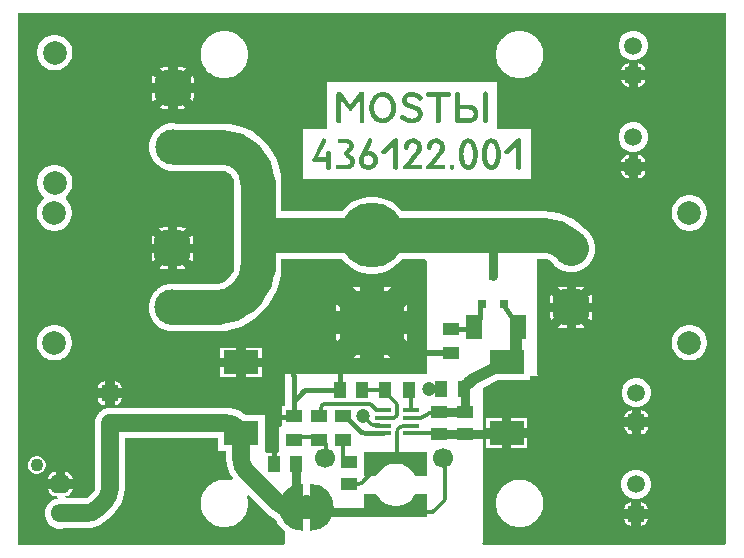
<source format=gtl>
G04*
G04 #@! TF.GenerationSoftware,Altium Limited,Altium Designer,24.6.1 (21)*
G04*
G04 Layer_Physical_Order=1*
G04 Layer_Color=255*
%FSLAX44Y44*%
%MOMM*%
G71*
G04*
G04 #@! TF.SameCoordinates,FCC4EC3D-FCE2-4EA4-8BA6-2938F1ECDC6F*
G04*
G04*
G04 #@! TF.FilePolarity,Positive*
G04*
G01*
G75*
%ADD10C,0.8000*%
%ADD11C,1.5000*%
%ADD12C,0.3000*%
%ADD13C,3.0000*%
%ADD14C,0.5000*%
%ADD15C,0.4000*%
%ADD16C,1.0000*%
%ADD17R,1.4500X1.1000*%
%ADD18R,1.3500X1.1000*%
%ADD19R,5.3000X0.9000*%
%ADD20R,1.4500X0.3500*%
%ADD21R,1.1000X1.4500*%
%ADD22R,1.1000X1.3500*%
%ADD23R,3.0000X2.0000*%
%ADD24R,0.8000X0.8000*%
%ADD25R,1.4000X2.0300*%
%ADD26C,2.0000*%
G04:AMPARAMS|DCode=27|XSize=1.5mm|YSize=1.5mm|CornerRadius=0.375mm|HoleSize=0mm|Usage=FLASHONLY|Rotation=270.000|XOffset=0mm|YOffset=0mm|HoleType=Round|Shape=RoundedRectangle|*
%AMROUNDEDRECTD27*
21,1,1.5000,0.7500,0,0,270.0*
21,1,0.7500,1.5000,0,0,270.0*
1,1,0.7500,-0.3750,-0.3750*
1,1,0.7500,-0.3750,0.3750*
1,1,0.7500,0.3750,0.3750*
1,1,0.7500,0.3750,-0.3750*
%
%ADD27ROUNDEDRECTD27*%
%ADD28C,1.5000*%
%ADD29C,3.0000*%
G04:AMPARAMS|DCode=30|XSize=3mm|YSize=3mm|CornerRadius=0.75mm|HoleSize=0mm|Usage=FLASHONLY|Rotation=270.000|XOffset=0mm|YOffset=0mm|HoleType=Round|Shape=RoundedRectangle|*
%AMROUNDEDRECTD30*
21,1,3.0000,1.5000,0,0,270.0*
21,1,1.5000,3.0000,0,0,270.0*
1,1,1.5000,-0.7500,-0.7500*
1,1,1.5000,-0.7500,0.7500*
1,1,1.5000,0.7500,0.7500*
1,1,1.5000,0.7500,-0.7500*
%
%ADD30ROUNDEDRECTD30*%
%ADD31C,2.0000*%
%ADD32C,1.7000*%
G04:AMPARAMS|DCode=33|XSize=5.5mm|YSize=5.5mm|CornerRadius=1.375mm|HoleSize=0mm|Usage=FLASHONLY|Rotation=90.000|XOffset=0mm|YOffset=0mm|HoleType=Round|Shape=RoundedRectangle|*
%AMROUNDEDRECTD33*
21,1,5.5000,2.7500,0,0,90.0*
21,1,2.7500,5.5000,0,0,90.0*
1,1,2.7500,1.3750,1.3750*
1,1,2.7500,1.3750,-1.3750*
1,1,2.7500,-1.3750,-1.3750*
1,1,2.7500,-1.3750,1.3750*
%
%ADD33ROUNDEDRECTD33*%
%ADD34C,5.5000*%
%ADD35C,1.1000*%
%ADD36C,1.5500*%
G04:AMPARAMS|DCode=37|XSize=1.55mm|YSize=1.55mm|CornerRadius=0.3875mm|HoleSize=0mm|Usage=FLASHONLY|Rotation=90.000|XOffset=0mm|YOffset=0mm|HoleType=Round|Shape=RoundedRectangle|*
%AMROUNDEDRECTD37*
21,1,1.5500,0.7750,0,0,90.0*
21,1,0.7750,1.5500,0,0,90.0*
1,1,0.7750,0.3875,0.3875*
1,1,0.7750,0.3875,-0.3875*
1,1,0.7750,-0.3875,-0.3875*
1,1,0.7750,-0.3875,0.3875*
%
%ADD37ROUNDEDRECTD37*%
%ADD38C,1.2000*%
G36*
X600064Y1478D02*
X598649Y64D01*
X393848Y74D01*
X393082Y1922D01*
X393700Y2540D01*
Y133023D01*
X406574Y139460D01*
X434020D01*
Y143080D01*
X441120D01*
X439420Y144780D01*
Y242031D01*
X445212D01*
X445451Y242055D01*
X447789Y241747D01*
X450191Y240752D01*
X452062Y239316D01*
X452214Y239131D01*
X454496Y236849D01*
X455259Y236223D01*
X455957Y235525D01*
X456778Y234976D01*
X457542Y234350D01*
X458412Y233885D01*
X459232Y233336D01*
X460145Y232958D01*
X461016Y232493D01*
X461960Y232206D01*
X462872Y231829D01*
X463841Y231636D01*
X464786Y231349D01*
X465768Y231252D01*
X466736Y231060D01*
X467724D01*
X468707Y230963D01*
X469689Y231060D01*
X470676D01*
X471645Y231253D01*
X472627Y231350D01*
X473572Y231636D01*
X474540Y231829D01*
X475452Y232207D01*
X476397Y232493D01*
X477268Y232959D01*
X478180Y233336D01*
X479001Y233885D01*
X479872Y234351D01*
X480635Y234977D01*
X481455Y235525D01*
X482154Y236223D01*
X482917Y236850D01*
X483543Y237613D01*
X484241Y238311D01*
X484790Y239132D01*
X485416Y239895D01*
X485881Y240766D01*
X486430Y241586D01*
X486808Y242499D01*
X487273Y243370D01*
X487560Y244314D01*
X487937Y245226D01*
X488130Y246195D01*
X488417Y247140D01*
X488513Y248122D01*
X488706Y249090D01*
Y250078D01*
X488803Y251061D01*
X488706Y252043D01*
Y253030D01*
X488513Y253999D01*
X488416Y254981D01*
X488130Y255926D01*
X487937Y256894D01*
X487560Y257806D01*
X487273Y258752D01*
X486807Y259622D01*
X486430Y260534D01*
X485881Y261355D01*
X485415Y262226D01*
X484789Y262989D01*
X484241Y263809D01*
X483543Y264508D01*
X482916Y265271D01*
X480635Y267552D01*
X480635Y267552D01*
X480635Y267553D01*
X480642Y267560D01*
X475715Y271881D01*
X470265Y275522D01*
X464387Y278421D01*
X458180Y280528D01*
X451752Y281807D01*
X445212Y282235D01*
Y282235D01*
X443212Y282225D01*
X402590Y282225D01*
X325545D01*
X324764Y283300D01*
X321146Y286918D01*
X317008Y289925D01*
X312450Y292247D01*
X307584Y293828D01*
X302532Y294628D01*
X297416D01*
X292364Y293828D01*
X287498Y292247D01*
X282940Y289925D01*
X278802Y286918D01*
X275184Y283300D01*
X274416Y282242D01*
X223297D01*
X223297Y304551D01*
X223307Y306551D01*
X223307D01*
X222878Y313090D01*
X221600Y319519D01*
X219493Y325725D01*
X216594Y331604D01*
X212953Y337053D01*
X208631Y341981D01*
X203703Y346303D01*
X198253Y349944D01*
X192375Y352843D01*
X186168Y354950D01*
X179740Y356229D01*
X173200Y356657D01*
Y356647D01*
X135213D01*
X134106Y356538D01*
X133310Y356696D01*
X129370D01*
X125506Y355927D01*
X121867Y354420D01*
X118591Y352231D01*
X115805Y349445D01*
X113616Y346170D01*
X112109Y342530D01*
X111340Y338666D01*
Y334726D01*
X112109Y330862D01*
X113616Y327223D01*
X115805Y323947D01*
X118591Y321161D01*
X121867Y318972D01*
X125506Y317465D01*
X129370Y316696D01*
X132748D01*
X135213Y316453D01*
X173200D01*
X173439Y316477D01*
X175777Y316169D01*
X178179Y315174D01*
X180241Y313591D01*
X181824Y311529D01*
X182819Y309127D01*
X183127Y306789D01*
X183103Y306550D01*
X183103Y262146D01*
Y234676D01*
X183127Y234438D01*
X182819Y232099D01*
X181824Y229697D01*
X180394Y227834D01*
X180219Y227690D01*
X176570Y224042D01*
X176426Y223866D01*
X174563Y222436D01*
X172161Y221441D01*
X169822Y221133D01*
X169584Y221157D01*
X131086D01*
X130103Y221060D01*
X129116D01*
X128148Y220867D01*
X127165Y220771D01*
X126221Y220484D01*
X125252Y220291D01*
X124340Y219914D01*
X123395Y219627D01*
X122525Y219162D01*
X121613Y218784D01*
X120792Y218235D01*
X119921Y217770D01*
X119158Y217143D01*
X118337Y216595D01*
X117639Y215897D01*
X116875Y215271D01*
X116249Y214507D01*
X115551Y213809D01*
X115002Y212988D01*
X114376Y212225D01*
X113911Y211354D01*
X113362Y210534D01*
X112984Y209621D01*
X112519Y208751D01*
X112232Y207806D01*
X111855Y206894D01*
X111662Y205925D01*
X111375Y204981D01*
X111279Y203998D01*
X111086Y203030D01*
Y202043D01*
X110989Y201060D01*
X111086Y200077D01*
Y199090D01*
X111279Y198122D01*
X111375Y197139D01*
X111662Y196195D01*
X111855Y195226D01*
X112232Y194314D01*
X112519Y193369D01*
X112984Y192499D01*
X113362Y191586D01*
X113911Y190766D01*
X114376Y189895D01*
X115002Y189132D01*
X115551Y188311D01*
X116249Y187613D01*
X116875Y186849D01*
X117639Y186223D01*
X118337Y185525D01*
X119158Y184977D01*
X119921Y184350D01*
X120792Y183885D01*
X121613Y183336D01*
X122525Y182958D01*
X123395Y182493D01*
X124340Y182206D01*
X125252Y181829D01*
X126221Y181636D01*
X127165Y181349D01*
X128148Y181253D01*
X129116Y181060D01*
X130103D01*
X131086Y180963D01*
X169584D01*
Y180953D01*
X176124Y181381D01*
X182552Y182660D01*
X188759Y184767D01*
X194637Y187666D01*
X200087Y191307D01*
X204987Y195604D01*
Y195604D01*
X204987Y195617D01*
X204991Y195620D01*
X207240Y197869D01*
X208656Y199273D01*
X208656Y199273D01*
X208656Y199274D01*
X212953Y204173D01*
X216594Y209623D01*
X219493Y215501D01*
X221600Y221708D01*
X222879Y228136D01*
X223307Y234676D01*
X223297D01*
Y242049D01*
X274390D01*
X275184Y240956D01*
X278802Y237338D01*
X282940Y234331D01*
X287498Y232009D01*
X292364Y230428D01*
X297416Y229628D01*
X302532D01*
X307584Y230428D01*
X312450Y232009D01*
X317008Y234331D01*
X321146Y237338D01*
X324764Y240956D01*
X325545Y242031D01*
X345294D01*
X346707Y240616D01*
X346535Y144780D01*
X226060D01*
Y117100D01*
X223890D01*
Y101020D01*
X222586Y99560D01*
X221430D01*
Y78560D01*
X219716Y77870D01*
X217932D01*
Y68580D01*
X215392D01*
Y77870D01*
X210220D01*
X209230Y79460D01*
X209230Y79618D01*
Y109460D01*
X193162D01*
X191676Y110730D01*
X187985Y112991D01*
X183986Y114648D01*
X179777Y115658D01*
X175894Y115964D01*
X175463Y116020D01*
Y116021D01*
X175462Y116021D01*
X175462Y116020D01*
X78089Y116021D01*
X76595Y115824D01*
X76354D01*
X76122Y115762D01*
X74826Y115591D01*
X73618Y115091D01*
X73175Y114972D01*
X72778Y114743D01*
X71785Y114331D01*
X70932Y113677D01*
X70325Y113327D01*
X69829Y112831D01*
X69174Y112328D01*
X69135Y112278D01*
X69085Y112239D01*
X68582Y111583D01*
X67997Y110999D01*
X67584Y110284D01*
X67081Y109628D01*
X66765Y108864D01*
X66352Y108149D01*
X66138Y107351D01*
X65822Y106587D01*
X65714Y105768D01*
X65500Y104970D01*
Y104143D01*
X65392Y103324D01*
Y47383D01*
X65403Y47300D01*
X65235Y46457D01*
X64760Y45746D01*
X64699Y45700D01*
X58893Y39894D01*
X58848Y39834D01*
X58138Y39360D01*
X57295Y39193D01*
X57213Y39204D01*
X40588D01*
X40391Y41203D01*
X42484Y41620D01*
X44593Y43029D01*
X46002Y45138D01*
X46472Y47500D01*
X36122D01*
X25772D01*
X26242Y45138D01*
X27651Y43029D01*
X29760Y41620D01*
X32247Y41125D01*
X33714D01*
X33977Y39125D01*
X31201Y38381D01*
X28293Y36702D01*
X25919Y34329D01*
X24241Y31421D01*
X23372Y28179D01*
Y24821D01*
X24241Y21579D01*
X25919Y18671D01*
X28293Y16298D01*
X31201Y14619D01*
X34444Y13750D01*
X37801D01*
X38688Y13988D01*
X57213D01*
X57644Y14045D01*
X61528Y14350D01*
X65737Y15361D01*
X69736Y17017D01*
X73426Y19279D01*
X76361Y21785D01*
X76724Y22064D01*
X81122Y26462D01*
X82530Y27869D01*
X82535Y27877D01*
X82535Y27877D01*
X82805Y28228D01*
X85317Y31169D01*
X87578Y34860D01*
X89235Y38859D01*
X90245Y43068D01*
X90551Y46952D01*
X90608Y47383D01*
Y90805D01*
X169230Y90805D01*
Y79460D01*
X176622D01*
Y72730D01*
X176679Y72299D01*
X176985Y68415D01*
X177995Y64206D01*
X179652Y60207D01*
X181913Y56516D01*
X182115Y56280D01*
X181957Y55848D01*
X180433Y54487D01*
X177535Y55064D01*
X177033D01*
X176541Y55161D01*
X173586D01*
X173094Y55064D01*
X172591D01*
X169694Y54487D01*
X169230Y54295D01*
X168737Y54197D01*
X166007Y53066D01*
X165590Y52787D01*
X165126Y52595D01*
X162669Y50953D01*
X162314Y50599D01*
X161897Y50320D01*
X159808Y48230D01*
X159529Y47813D01*
X159173Y47458D01*
X157532Y45001D01*
X157340Y44537D01*
X157061Y44120D01*
X155930Y41390D01*
X155832Y40897D01*
X155640Y40433D01*
X155063Y37535D01*
Y37033D01*
X154966Y36541D01*
Y33586D01*
X155063Y33094D01*
Y32592D01*
X155640Y29694D01*
X155832Y29230D01*
X155930Y28737D01*
X157061Y26007D01*
X157340Y25590D01*
X157532Y25126D01*
X159173Y22669D01*
X159529Y22314D01*
X159807Y21897D01*
X161897Y19807D01*
X162314Y19528D01*
X162669Y19173D01*
X165126Y17532D01*
X165590Y17340D01*
X166007Y17061D01*
X168737Y15930D01*
X169230Y15832D01*
X169694Y15640D01*
X172592Y15064D01*
X173094D01*
X173586Y14966D01*
X176541D01*
X177033Y15064D01*
X177535D01*
X180433Y15640D01*
X180897Y15832D01*
X181390Y15930D01*
X184120Y17061D01*
X184537Y17340D01*
X185001Y17532D01*
X187458Y19173D01*
X187813Y19528D01*
X188230Y19807D01*
X190319Y21897D01*
X190599Y22314D01*
X190954Y22669D01*
X192595Y25126D01*
X192787Y25590D01*
X193066Y26007D01*
X194197Y28737D01*
X194295Y29230D01*
X194487Y29694D01*
X195063Y32592D01*
Y33094D01*
X195161Y33586D01*
Y36541D01*
X195063Y37033D01*
Y37536D01*
X194487Y40433D01*
X194295Y40897D01*
X196164Y41753D01*
X209293Y28623D01*
X210699Y27218D01*
X210709Y27210D01*
X210709Y27210D01*
X211062Y26939D01*
X213996Y24433D01*
X217687Y22172D01*
X218188Y21964D01*
X218489Y21238D01*
X218629Y21027D01*
X218702Y20785D01*
X219629Y19052D01*
X219789Y18857D01*
X219886Y18623D01*
X220978Y16989D01*
X221157Y16811D01*
X221276Y16588D01*
X222522Y15069D01*
X222718Y14908D01*
X222858Y14698D01*
X224248Y13308D01*
X224458Y13168D01*
X224618Y12972D01*
X226060Y11789D01*
Y1498D01*
X224646Y83D01*
X63Y95D01*
Y450064D01*
X600064D01*
Y1478D01*
D02*
G37*
G36*
X346540Y58300D02*
X346537Y58297D01*
X336404D01*
X335618Y59817D01*
X333633Y62600D01*
X331157Y64957D01*
X328280Y66803D01*
X325107Y68072D01*
X321750Y68719D01*
X318332Y68719D01*
X314975Y68073D01*
X311801Y66804D01*
X308924Y64958D01*
X306448Y62601D01*
X304463Y59819D01*
X303677Y58299D01*
X303676Y58300D01*
X293540D01*
Y78300D01*
X346540D01*
Y58300D01*
D02*
G37*
G36*
X303676Y43303D02*
X304461Y41783D01*
X306447Y39000D01*
X308923Y36643D01*
X311800Y34797D01*
X314973Y33528D01*
X318330Y32881D01*
X321748Y32881D01*
X325105Y33527D01*
X328279Y34796D01*
X331156Y36642D01*
X333632Y38999D01*
X335617Y41781D01*
X336403Y43301D01*
X336404Y43300D01*
X346540D01*
Y23300D01*
X293540D01*
Y43300D01*
X293543Y43303D01*
X303676D01*
X303676Y43303D01*
D02*
G37*
%LPC*%
G36*
X522896Y435210D02*
X519604D01*
X516425Y434358D01*
X513575Y432713D01*
X511247Y430385D01*
X509602Y427535D01*
X508750Y424356D01*
Y421064D01*
X509602Y417885D01*
X511247Y415035D01*
X513575Y412707D01*
X516425Y411062D01*
X519604Y410210D01*
X522896D01*
X526075Y411062D01*
X528925Y412707D01*
X531253Y415035D01*
X532898Y417885D01*
X533750Y421064D01*
Y424356D01*
X532898Y427535D01*
X531253Y430385D01*
X528925Y432713D01*
X526075Y434358D01*
X522896Y435210D01*
D02*
G37*
G36*
X525250Y407783D02*
Y401710D01*
X531323D01*
X530887Y403899D01*
X529506Y405966D01*
X527439Y407347D01*
X525250Y407783D01*
D02*
G37*
G36*
X517250D02*
X515061Y407347D01*
X512994Y405966D01*
X511613Y403899D01*
X511177Y401710D01*
X517250D01*
Y407783D01*
D02*
G37*
G36*
X32817Y431696D02*
X29863D01*
X26965Y431119D01*
X24235Y429989D01*
X21778Y428347D01*
X19689Y426258D01*
X18047Y423801D01*
X16917Y421071D01*
X16340Y418173D01*
Y415219D01*
X16917Y412321D01*
X18047Y409591D01*
X19689Y407134D01*
X21778Y405045D01*
X24235Y403403D01*
X26965Y402272D01*
X29863Y401696D01*
X32817D01*
X35715Y402272D01*
X38445Y403403D01*
X40902Y405045D01*
X42991Y407134D01*
X44633Y409591D01*
X45764Y412321D01*
X46340Y415219D01*
Y418173D01*
X45764Y421071D01*
X44633Y423801D01*
X42991Y426258D01*
X40902Y428347D01*
X38445Y429989D01*
X35715Y431119D01*
X32817Y431696D01*
D02*
G37*
G36*
X138840Y404282D02*
X135340D01*
Y401289D01*
X127340D01*
Y404282D01*
X123840D01*
X121229Y403939D01*
X120186Y403507D01*
X122469Y401223D01*
X116812Y395567D01*
X114529Y397850D01*
X114097Y396806D01*
X113754Y394196D01*
Y390696D01*
X116747D01*
Y382696D01*
X113754D01*
Y379196D01*
X114097Y376586D01*
X114529Y375542D01*
X116812Y377825D01*
X122469Y372169D01*
X120186Y369885D01*
X121229Y369453D01*
X123840Y369110D01*
X127340D01*
Y372103D01*
X135340D01*
Y369110D01*
X138840D01*
X141451Y369453D01*
X142494Y369885D01*
X140211Y372169D01*
X145868Y377825D01*
X148151Y375542D01*
X148583Y376586D01*
X148926Y379196D01*
Y382696D01*
X145934D01*
Y390696D01*
X148926D01*
Y394196D01*
X148583Y396806D01*
X148151Y397850D01*
X145868Y395567D01*
X140211Y401223D01*
X142494Y403507D01*
X141451Y403939D01*
X138840Y404282D01*
D02*
G37*
G36*
X426541Y435162D02*
X423586D01*
X423094Y435064D01*
X422592D01*
X419693Y434487D01*
X419230Y434295D01*
X418737Y434197D01*
X416007Y433066D01*
X415590Y432787D01*
X415126Y432595D01*
X412669Y430953D01*
X412314Y430598D01*
X411897Y430320D01*
X409807Y428230D01*
X409529Y427813D01*
X409173Y427458D01*
X407532Y425001D01*
X407340Y424537D01*
X407061Y424120D01*
X405930Y421390D01*
X405832Y420897D01*
X405640Y420433D01*
X405064Y417535D01*
Y417033D01*
X404966Y416541D01*
Y413586D01*
X405064Y413094D01*
Y412592D01*
X405640Y409694D01*
X405832Y409230D01*
X405930Y408737D01*
X407061Y406007D01*
X407340Y405590D01*
X407532Y405126D01*
X409173Y402669D01*
X409529Y402314D01*
X409807Y401897D01*
X411897Y399808D01*
X412314Y399529D01*
X412669Y399173D01*
X415126Y397532D01*
X415590Y397340D01*
X416007Y397061D01*
X418737Y395930D01*
X419230Y395832D01*
X419694Y395640D01*
X422592Y395064D01*
X423094D01*
X423586Y394966D01*
X426541D01*
X427033Y395064D01*
X427535D01*
X430433Y395640D01*
X430897Y395832D01*
X431390Y395930D01*
X434120Y397061D01*
X434537Y397340D01*
X435001Y397532D01*
X437458Y399173D01*
X437813Y399529D01*
X438230Y399807D01*
X440320Y401897D01*
X440598Y402314D01*
X440953Y402669D01*
X442595Y405126D01*
X442787Y405590D01*
X443066Y406007D01*
X444197Y408737D01*
X444295Y409230D01*
X444487Y409694D01*
X445064Y412592D01*
Y413094D01*
X445161Y413586D01*
Y416541D01*
X445064Y417033D01*
Y417536D01*
X444487Y420433D01*
X444295Y420897D01*
X444197Y421390D01*
X443066Y424120D01*
X442787Y424537D01*
X442595Y425001D01*
X440953Y427458D01*
X440598Y427813D01*
X440320Y428230D01*
X438230Y430320D01*
X437813Y430598D01*
X437458Y430953D01*
X435001Y432595D01*
X434537Y432787D01*
X434120Y433066D01*
X431390Y434197D01*
X430897Y434295D01*
X430433Y434487D01*
X427535Y435064D01*
X427033D01*
X426541Y435162D01*
D02*
G37*
G36*
X176541D02*
X173586D01*
X173094Y435064D01*
X172591D01*
X169694Y434487D01*
X169230Y434295D01*
X168737Y434197D01*
X166007Y433066D01*
X165590Y432787D01*
X165126Y432595D01*
X162669Y430953D01*
X162314Y430598D01*
X161897Y430320D01*
X159808Y428230D01*
X159529Y427813D01*
X159173Y427458D01*
X157532Y425001D01*
X157340Y424537D01*
X157061Y424120D01*
X155930Y421390D01*
X155832Y420897D01*
X155640Y420433D01*
X155063Y417535D01*
Y417033D01*
X154966Y416541D01*
Y413586D01*
X155063Y413094D01*
Y412592D01*
X155640Y409694D01*
X155832Y409230D01*
X155930Y408737D01*
X157061Y406007D01*
X157340Y405590D01*
X157532Y405126D01*
X159173Y402669D01*
X159529Y402314D01*
X159807Y401897D01*
X161897Y399808D01*
X162314Y399529D01*
X162669Y399173D01*
X165126Y397532D01*
X165590Y397340D01*
X166007Y397061D01*
X168737Y395930D01*
X169230Y395832D01*
X169694Y395640D01*
X172592Y395064D01*
X173094D01*
X173586Y394966D01*
X176541D01*
X177033Y395064D01*
X177535D01*
X180433Y395640D01*
X180897Y395832D01*
X181390Y395930D01*
X184120Y397061D01*
X184537Y397340D01*
X185001Y397532D01*
X187458Y399173D01*
X187813Y399529D01*
X188230Y399807D01*
X190319Y401897D01*
X190599Y402314D01*
X190954Y402669D01*
X192595Y405126D01*
X192787Y405590D01*
X193066Y406007D01*
X194197Y408737D01*
X194295Y409230D01*
X194487Y409694D01*
X195063Y412592D01*
Y413094D01*
X195161Y413586D01*
Y416541D01*
X195063Y417033D01*
Y417536D01*
X194487Y420433D01*
X194295Y420897D01*
X194197Y421390D01*
X193066Y424120D01*
X192787Y424537D01*
X192595Y425001D01*
X190954Y427458D01*
X190599Y427813D01*
X190320Y428230D01*
X188230Y430320D01*
X187813Y430598D01*
X187458Y430953D01*
X185001Y432595D01*
X184537Y432787D01*
X184120Y433066D01*
X181390Y434197D01*
X180897Y434295D01*
X180433Y434487D01*
X177535Y435064D01*
X177033D01*
X176541Y435162D01*
D02*
G37*
G36*
X531323Y393710D02*
X525250D01*
Y387637D01*
X527439Y388073D01*
X529506Y389454D01*
X530887Y391521D01*
X531323Y393710D01*
D02*
G37*
G36*
X517250D02*
X511177D01*
X511613Y391521D01*
X512994Y389454D01*
X515061Y388073D01*
X517250Y387637D01*
Y393710D01*
D02*
G37*
G36*
X522896Y357740D02*
X519604D01*
X516425Y356888D01*
X513575Y355243D01*
X511247Y352915D01*
X509602Y350065D01*
X508750Y346886D01*
Y343594D01*
X509602Y340415D01*
X511247Y337565D01*
X513575Y335238D01*
X516425Y333592D01*
X519604Y332740D01*
X522896D01*
X526075Y333592D01*
X528925Y335238D01*
X531253Y337565D01*
X532898Y340415D01*
X533750Y343594D01*
Y346886D01*
X532898Y350065D01*
X531253Y352915D01*
X528925Y355243D01*
X526075Y356888D01*
X522896Y357740D01*
D02*
G37*
G36*
X525250Y330313D02*
Y324240D01*
X531323D01*
X530887Y326429D01*
X529506Y328496D01*
X527439Y329877D01*
X525250Y330313D01*
D02*
G37*
G36*
X517250D02*
X515061Y329877D01*
X512994Y328496D01*
X511613Y326429D01*
X511177Y324240D01*
X517250D01*
Y330313D01*
D02*
G37*
G36*
X531323Y316240D02*
X525250D01*
Y310167D01*
X527439Y310603D01*
X529506Y311984D01*
X530887Y314051D01*
X531323Y316240D01*
D02*
G37*
G36*
X517250D02*
X511177D01*
X511613Y314051D01*
X512994Y311984D01*
X515061Y310603D01*
X517250Y310167D01*
Y316240D01*
D02*
G37*
G36*
X406133Y391867D02*
X261887D01*
Y352423D01*
X241385D01*
Y309500D01*
X434255D01*
Y352423D01*
X406133D01*
Y391867D01*
D02*
G37*
G36*
X570183Y296060D02*
X567229D01*
X564331Y295483D01*
X561601Y294353D01*
X559144Y292711D01*
X557055Y290622D01*
X555413Y288165D01*
X554282Y285435D01*
X553706Y282537D01*
Y279583D01*
X554282Y276685D01*
X555413Y273955D01*
X557055Y271498D01*
X559144Y269409D01*
X561601Y267767D01*
X564331Y266636D01*
X567229Y266060D01*
X570183D01*
X573081Y266636D01*
X575811Y267767D01*
X578268Y269409D01*
X580357Y271498D01*
X581999Y273955D01*
X583130Y276685D01*
X583706Y279583D01*
Y282537D01*
X583130Y285435D01*
X581999Y288165D01*
X580357Y290622D01*
X578268Y292711D01*
X575811Y294353D01*
X573081Y295483D01*
X570183Y296060D01*
D02*
G37*
G36*
X32817Y321696D02*
X29863D01*
X26965Y321120D01*
X24235Y319989D01*
X21778Y318347D01*
X19689Y316258D01*
X18047Y313801D01*
X16917Y311071D01*
X16340Y308173D01*
Y305219D01*
X16917Y302321D01*
X18047Y299591D01*
X19689Y297134D01*
X21633Y295190D01*
X21901Y294554D01*
Y292963D01*
X21524Y292711D01*
X19435Y290622D01*
X17793Y288165D01*
X16662Y285435D01*
X16086Y282537D01*
Y279583D01*
X16662Y276685D01*
X17793Y273955D01*
X19435Y271498D01*
X21524Y269409D01*
X23981Y267767D01*
X26711Y266636D01*
X29609Y266060D01*
X32563D01*
X35461Y266636D01*
X38191Y267767D01*
X40648Y269409D01*
X42737Y271498D01*
X44379Y273955D01*
X45510Y276685D01*
X46086Y279583D01*
Y282537D01*
X45510Y285435D01*
X44379Y288165D01*
X42737Y290622D01*
X40793Y292566D01*
X40525Y293202D01*
Y294793D01*
X40902Y295045D01*
X42991Y297134D01*
X44633Y299591D01*
X45764Y302321D01*
X46340Y305219D01*
Y308173D01*
X45764Y311071D01*
X44633Y313801D01*
X42991Y316258D01*
X40902Y318347D01*
X38445Y319989D01*
X35715Y321120D01*
X32817Y321696D01*
D02*
G37*
G36*
X138586Y268646D02*
X135086D01*
Y265653D01*
X127086D01*
Y268646D01*
X123586D01*
X120976Y268303D01*
X119932Y267871D01*
X122215Y265588D01*
X116559Y259931D01*
X114276Y262214D01*
X113843Y261171D01*
X113500Y258560D01*
Y255060D01*
X116493D01*
Y247060D01*
X113500D01*
Y243560D01*
X113843Y240949D01*
X114276Y239906D01*
X116559Y242189D01*
X122215Y236532D01*
X119932Y234249D01*
X120976Y233817D01*
X123586Y233474D01*
X127086D01*
Y236467D01*
X135086D01*
Y233474D01*
X138586D01*
X141196Y233817D01*
X142240Y234249D01*
X139957Y236532D01*
X145613Y242189D01*
X147896Y239906D01*
X148329Y240949D01*
X148672Y243560D01*
Y247060D01*
X145680D01*
Y255060D01*
X148672D01*
Y258560D01*
X148329Y261171D01*
X147896Y262214D01*
X145613Y259931D01*
X139957Y265588D01*
X142240Y267871D01*
X141196Y268303D01*
X138586Y268646D01*
D02*
G37*
G36*
X476206Y218646D02*
X472706D01*
Y215653D01*
X464706D01*
Y218646D01*
X461206D01*
X458596Y218303D01*
X457552Y217871D01*
X459835Y215588D01*
X454179Y209931D01*
X451895Y212214D01*
X451463Y211171D01*
X451120Y208560D01*
Y205060D01*
X454113D01*
Y197060D01*
X451120D01*
Y193560D01*
X451463Y190949D01*
X451895Y189906D01*
X454179Y192189D01*
X459835Y186532D01*
X457552Y184249D01*
X458596Y183817D01*
X461206Y183474D01*
X464706D01*
Y186467D01*
X472706D01*
Y183474D01*
X476206D01*
X478816Y183817D01*
X479860Y184249D01*
X477577Y186532D01*
X483233Y192189D01*
X485517Y189906D01*
X485949Y190949D01*
X486292Y193560D01*
Y197060D01*
X483299D01*
Y205060D01*
X486292D01*
Y208560D01*
X485949Y211171D01*
X485517Y212214D01*
X483233Y209931D01*
X477577Y215588D01*
X479860Y217871D01*
X478816Y218303D01*
X476206Y218646D01*
D02*
G37*
G36*
X313724Y218207D02*
X309974D01*
Y214921D01*
X289974D01*
Y218207D01*
X286224D01*
X284233Y218011D01*
X287121Y215123D01*
X272979Y200981D01*
X270091Y203869D01*
X269895Y201878D01*
Y198128D01*
X273181D01*
Y178128D01*
X269895D01*
Y174378D01*
X270091Y172388D01*
X272979Y175275D01*
X287121Y161133D01*
X284233Y158245D01*
X286224Y158049D01*
X289974D01*
Y161334D01*
X309974D01*
Y158049D01*
X313724D01*
X315714Y158245D01*
X312827Y161133D01*
X326969Y175275D01*
X329857Y172388D01*
X330053Y174378D01*
Y178128D01*
X326768D01*
Y198128D01*
X330053D01*
Y201878D01*
X329857Y203869D01*
X326969Y200981D01*
X312827Y215123D01*
X315714Y218011D01*
X313724Y218207D01*
D02*
G37*
G36*
X206770Y167000D02*
X193230D01*
Y158460D01*
X206770D01*
Y167000D01*
D02*
G37*
G36*
X185230D02*
X171690D01*
Y158460D01*
X185230D01*
Y167000D01*
D02*
G37*
G36*
X570183Y186060D02*
X567229D01*
X564331Y185484D01*
X561601Y184353D01*
X559144Y182711D01*
X557055Y180622D01*
X555413Y178165D01*
X554282Y175435D01*
X553706Y172537D01*
Y169583D01*
X554282Y166685D01*
X555413Y163955D01*
X557055Y161498D01*
X559144Y159409D01*
X561601Y157767D01*
X564331Y156636D01*
X567229Y156060D01*
X570183D01*
X573081Y156636D01*
X575811Y157767D01*
X578268Y159409D01*
X580357Y161498D01*
X581999Y163955D01*
X583130Y166685D01*
X583706Y169583D01*
Y172537D01*
X583130Y175435D01*
X581999Y178165D01*
X580357Y180622D01*
X578268Y182711D01*
X575811Y184353D01*
X573081Y185484D01*
X570183Y186060D01*
D02*
G37*
G36*
X32563D02*
X29609D01*
X26711Y185484D01*
X23981Y184353D01*
X21524Y182711D01*
X19435Y180622D01*
X17793Y178165D01*
X16662Y175435D01*
X16086Y172537D01*
Y169583D01*
X16662Y166685D01*
X17793Y163955D01*
X19435Y161498D01*
X21524Y159409D01*
X23981Y157767D01*
X26711Y156636D01*
X29609Y156060D01*
X32563D01*
X35461Y156636D01*
X38191Y157767D01*
X40648Y159409D01*
X42737Y161498D01*
X44379Y163955D01*
X45510Y166685D01*
X46086Y169583D01*
Y172537D01*
X45510Y175435D01*
X44379Y178165D01*
X42737Y180622D01*
X40648Y182711D01*
X38191Y184353D01*
X35461Y185484D01*
X32563Y186060D01*
D02*
G37*
G36*
X206770Y150460D02*
X193230D01*
Y141920D01*
X206770D01*
Y150460D01*
D02*
G37*
G36*
X185230D02*
X171690D01*
Y141920D01*
X185230D01*
Y150460D01*
D02*
G37*
G36*
X82000Y138397D02*
Y132324D01*
X88073D01*
X87637Y134513D01*
X86256Y136580D01*
X84189Y137961D01*
X82000Y138397D01*
D02*
G37*
G36*
X74000D02*
X71811Y137961D01*
X69744Y136580D01*
X68363Y134513D01*
X67927Y132324D01*
X74000D01*
Y138397D01*
D02*
G37*
G36*
X88073Y124324D02*
X82000D01*
Y118251D01*
X84189Y118687D01*
X86256Y120068D01*
X87637Y122135D01*
X88073Y124324D01*
D02*
G37*
G36*
X74000D02*
X67927D01*
X68363Y122135D01*
X69744Y120068D01*
X71811Y118687D01*
X74000Y118251D01*
Y124324D01*
D02*
G37*
G36*
X525436Y141332D02*
X522144D01*
X518965Y140480D01*
X516115Y138834D01*
X513787Y136507D01*
X512142Y133657D01*
X511290Y130478D01*
Y127186D01*
X512142Y124007D01*
X513787Y121157D01*
X516115Y118829D01*
X518965Y117184D01*
X522144Y116332D01*
X525436D01*
X528615Y117184D01*
X531465Y118829D01*
X533792Y121157D01*
X535438Y124007D01*
X536290Y127186D01*
Y130478D01*
X535438Y133657D01*
X533792Y136507D01*
X531465Y138834D01*
X528615Y140480D01*
X525436Y141332D01*
D02*
G37*
G36*
X527790Y113905D02*
Y107832D01*
X533863D01*
X533427Y110021D01*
X532046Y112088D01*
X529979Y113469D01*
X527790Y113905D01*
D02*
G37*
G36*
X519790D02*
X517601Y113469D01*
X515534Y112088D01*
X514153Y110021D01*
X513717Y107832D01*
X519790D01*
Y113905D01*
D02*
G37*
G36*
X431560Y107000D02*
X418020D01*
Y98460D01*
X431560D01*
Y107000D01*
D02*
G37*
G36*
X410020D02*
X396480D01*
Y98460D01*
X410020D01*
Y107000D01*
D02*
G37*
G36*
X533863Y99832D02*
X527790D01*
Y93759D01*
X529979Y94195D01*
X532046Y95576D01*
X533427Y97643D01*
X533863Y99832D01*
D02*
G37*
G36*
X519790D02*
X513717D01*
X514153Y97643D01*
X515534Y95576D01*
X517601Y94195D01*
X519790Y93759D01*
Y99832D01*
D02*
G37*
G36*
X431560Y90460D02*
X418020D01*
Y81920D01*
X431560D01*
Y90460D01*
D02*
G37*
G36*
X410020D02*
X396480D01*
Y81920D01*
X410020D01*
Y90460D01*
D02*
G37*
G36*
X17109Y75000D02*
X15135D01*
X13227Y74489D01*
X11517Y73502D01*
X10121Y72105D01*
X9133Y70395D01*
X8622Y68487D01*
Y66513D01*
X9133Y64605D01*
X10121Y62895D01*
X11517Y61498D01*
X13227Y60511D01*
X15135Y60000D01*
X17109D01*
X19017Y60511D01*
X20727Y61498D01*
X22123Y62895D01*
X23111Y64605D01*
X23622Y66513D01*
Y68487D01*
X23111Y70395D01*
X22123Y72105D01*
X20727Y73502D01*
X19017Y74489D01*
X17109Y75000D01*
D02*
G37*
G36*
X40122Y61850D02*
Y55500D01*
X46472D01*
X46002Y57862D01*
X44593Y59971D01*
X42484Y61380D01*
X40122Y61850D01*
D02*
G37*
G36*
X32122D02*
X29760Y61380D01*
X27651Y59971D01*
X26242Y57862D01*
X25772Y55500D01*
X32122D01*
Y61850D01*
D02*
G37*
G36*
X525182Y63608D02*
X521890D01*
X518711Y62756D01*
X515861Y61111D01*
X513534Y58783D01*
X511888Y55933D01*
X511036Y52754D01*
Y49462D01*
X511888Y46283D01*
X513534Y43433D01*
X515861Y41105D01*
X518711Y39460D01*
X521890Y38608D01*
X525182D01*
X528361Y39460D01*
X531211Y41105D01*
X533539Y43433D01*
X535184Y46283D01*
X536036Y49462D01*
Y52754D01*
X535184Y55933D01*
X533539Y58783D01*
X531211Y61111D01*
X528361Y62756D01*
X525182Y63608D01*
D02*
G37*
G36*
X527536Y36181D02*
Y30108D01*
X533609D01*
X533173Y32297D01*
X531792Y34364D01*
X529725Y35745D01*
X527536Y36181D01*
D02*
G37*
G36*
X519536D02*
X517347Y35745D01*
X515280Y34364D01*
X513899Y32297D01*
X513463Y30108D01*
X519536D01*
Y36181D01*
D02*
G37*
G36*
X533609Y22108D02*
X527536D01*
Y16035D01*
X529725Y16471D01*
X531792Y17852D01*
X533173Y19919D01*
X533609Y22108D01*
D02*
G37*
G36*
X519536D02*
X513463D01*
X513899Y19919D01*
X515280Y17852D01*
X517347Y16471D01*
X519536Y16035D01*
Y22108D01*
D02*
G37*
G36*
X426541Y55161D02*
X423586D01*
X423094Y55064D01*
X422592D01*
X419693Y54487D01*
X419230Y54295D01*
X418737Y54197D01*
X416007Y53066D01*
X415590Y52787D01*
X415126Y52595D01*
X412669Y50953D01*
X412314Y50599D01*
X411897Y50320D01*
X409807Y48230D01*
X409529Y47813D01*
X409173Y47458D01*
X407532Y45001D01*
X407340Y44537D01*
X407061Y44120D01*
X405930Y41390D01*
X405832Y40897D01*
X405640Y40433D01*
X405064Y37535D01*
Y37033D01*
X404966Y36541D01*
Y33586D01*
X405064Y33094D01*
Y32592D01*
X405640Y29694D01*
X405832Y29230D01*
X405930Y28737D01*
X407061Y26007D01*
X407340Y25590D01*
X407532Y25126D01*
X409173Y22669D01*
X409529Y22314D01*
X409807Y21897D01*
X411897Y19807D01*
X412314Y19528D01*
X412669Y19173D01*
X415126Y17532D01*
X415590Y17340D01*
X416007Y17061D01*
X418737Y15930D01*
X419230Y15832D01*
X419694Y15640D01*
X422592Y15064D01*
X423094D01*
X423586Y14966D01*
X426541D01*
X427033Y15064D01*
X427535D01*
X430433Y15640D01*
X430897Y15832D01*
X431390Y15930D01*
X434120Y17061D01*
X434537Y17340D01*
X435001Y17532D01*
X437458Y19173D01*
X437813Y19528D01*
X438230Y19807D01*
X440320Y21897D01*
X440598Y22314D01*
X440953Y22669D01*
X442595Y25126D01*
X442787Y25590D01*
X443066Y26007D01*
X444197Y28737D01*
X444295Y29230D01*
X444487Y29694D01*
X445064Y32592D01*
Y33094D01*
X445161Y33586D01*
Y36541D01*
X445064Y37033D01*
Y37536D01*
X444487Y40433D01*
X444295Y40897D01*
X444197Y41390D01*
X443066Y44120D01*
X442787Y44537D01*
X442595Y45001D01*
X440953Y47458D01*
X440598Y47813D01*
X440320Y48230D01*
X438230Y50319D01*
X437813Y50599D01*
X437458Y50953D01*
X435001Y52595D01*
X434537Y52787D01*
X434120Y53066D01*
X431390Y54197D01*
X430897Y54295D01*
X430433Y54487D01*
X427535Y55064D01*
X427033D01*
X426541Y55161D01*
D02*
G37*
%LPD*%
G36*
X334436Y383497D02*
X334695D01*
X334954Y383460D01*
X335251Y383423D01*
X335621Y383349D01*
X336399Y383164D01*
X337324Y382867D01*
X338361Y382497D01*
X339472Y381978D01*
X339509Y381941D01*
X339621Y381904D01*
X339806Y381793D01*
X340028Y381645D01*
X340287Y381497D01*
X340583Y381275D01*
X341213Y380793D01*
X341842Y380201D01*
X342139Y379905D01*
X342398Y379534D01*
X342620Y379164D01*
X342805Y378794D01*
X342916Y378423D01*
X342953Y378016D01*
Y377979D01*
Y377868D01*
X342916Y377720D01*
X342879Y377534D01*
X342805Y377312D01*
X342657Y377053D01*
X342509Y376831D01*
X342287Y376572D01*
X342250Y376535D01*
X342176Y376498D01*
X342028Y376386D01*
X341880Y376275D01*
X341657Y376164D01*
X341398Y376090D01*
X341139Y376016D01*
X340843Y375979D01*
X340732D01*
X340583Y376016D01*
X340398Y376090D01*
X340139Y376201D01*
X339880Y376349D01*
X339584Y376572D01*
X339250Y376868D01*
X339213Y376905D01*
X339065Y377053D01*
X338843Y377275D01*
X338547Y377534D01*
X338213Y377831D01*
X337843Y378090D01*
X337473Y378349D01*
X337102Y378572D01*
X337065D01*
X337028Y378609D01*
X336917Y378646D01*
X336769Y378720D01*
X336584Y378794D01*
X336362Y378868D01*
X335843Y379016D01*
X335140Y379164D01*
X334362Y379312D01*
X333436Y379423D01*
X332399Y379460D01*
X332214D01*
X331955Y379423D01*
X331695Y379349D01*
X331362Y379238D01*
X331029Y379090D01*
X330695Y378905D01*
X330362Y378609D01*
X330325Y378572D01*
X330251Y378460D01*
X330103Y378275D01*
X329955Y378053D01*
X329807Y377757D01*
X329659Y377423D01*
X329585Y377053D01*
X329548Y376609D01*
Y376572D01*
Y376535D01*
X329585Y376423D01*
X329622Y376275D01*
X329733Y375868D01*
X329844Y375646D01*
X329992Y375387D01*
X330177Y375127D01*
X330399Y374868D01*
X330695Y374609D01*
X331029Y374313D01*
X331399Y374053D01*
X331881Y373757D01*
X332399Y373498D01*
X333029Y373276D01*
X333103Y373239D01*
X333288Y373202D01*
X333584Y373091D01*
X333992Y372942D01*
X334436Y372794D01*
X334954Y372609D01*
X335510Y372387D01*
X336102Y372202D01*
X337250Y371757D01*
X337769Y371572D01*
X338287Y371387D01*
X338732Y371239D01*
X339065Y371091D01*
X339324Y370980D01*
X339472Y370906D01*
X339509Y370868D01*
X339621Y370831D01*
X339806Y370683D01*
X340028Y370535D01*
X340287Y370313D01*
X340583Y370091D01*
X340880Y369795D01*
X341213Y369424D01*
X341546Y369054D01*
X341842Y368610D01*
X342139Y368128D01*
X342398Y367573D01*
X342620Y367017D01*
X342805Y366387D01*
X342916Y365684D01*
X342953Y364980D01*
Y364943D01*
Y364832D01*
Y364647D01*
X342916Y364388D01*
X342879Y364091D01*
X342805Y363721D01*
X342731Y363314D01*
X342620Y362906D01*
X342472Y362425D01*
X342287Y361944D01*
X342065Y361462D01*
X341805Y360981D01*
X341509Y360462D01*
X341139Y359981D01*
X340732Y359499D01*
X340250Y359055D01*
X340213Y359018D01*
X340139Y358944D01*
X339991Y358870D01*
X339806Y358722D01*
X339547Y358536D01*
X339250Y358351D01*
X338917Y358166D01*
X338509Y357981D01*
X338065Y357759D01*
X337621Y357574D01*
X337102Y357388D01*
X336547Y357203D01*
X335954Y357055D01*
X335362Y356981D01*
X334695Y356907D01*
X334029Y356870D01*
X333769D01*
X333584Y356907D01*
X333325D01*
X333029Y356944D01*
X332695Y356981D01*
X332325Y357055D01*
X331881Y357129D01*
X331436Y357203D01*
X330399Y357463D01*
X329214Y357796D01*
X327955Y358277D01*
X327918Y358314D01*
X327770Y358351D01*
X327585Y358462D01*
X327289Y358573D01*
X326992Y358722D01*
X326622Y358907D01*
X325844Y359388D01*
X325066Y359907D01*
X324696Y360240D01*
X324400Y360573D01*
X324141Y360907D01*
X323918Y361277D01*
X323770Y361647D01*
X323733Y362018D01*
Y362055D01*
Y362166D01*
X323770Y362314D01*
X323807Y362536D01*
X323881Y362758D01*
X323993Y363018D01*
X324141Y363240D01*
X324363Y363499D01*
X324400Y363536D01*
X324474Y363610D01*
X324622Y363684D01*
X324770Y363832D01*
X324992Y363943D01*
X325252Y364017D01*
X325511Y364091D01*
X325807Y364128D01*
X325881D01*
X326029Y364091D01*
X326177Y364017D01*
X326400Y363943D01*
X326696Y363795D01*
X327066Y363573D01*
X327474Y363314D01*
X327511D01*
X327548Y363277D01*
X327733Y363129D01*
X328029Y362943D01*
X328437Y362721D01*
X328844Y362462D01*
X329288Y362203D01*
X329733Y361944D01*
X330140Y361758D01*
X330177D01*
X330214Y361721D01*
X330325Y361684D01*
X330473Y361610D01*
X330844Y361499D01*
X331325Y361351D01*
X331918Y361166D01*
X332584Y361055D01*
X333288Y360944D01*
X334029Y360907D01*
X334362D01*
X334695Y360944D01*
X335177Y361018D01*
X335695Y361166D01*
X336250Y361314D01*
X336806Y361573D01*
X337324Y361907D01*
X337361D01*
X337398Y361944D01*
X337584Y362092D01*
X337843Y362351D01*
X338139Y362684D01*
X338398Y363129D01*
X338658Y363610D01*
X338843Y364203D01*
X338917Y364499D01*
Y364832D01*
Y364869D01*
Y364943D01*
X338880Y365054D01*
Y365202D01*
X338732Y365610D01*
X338621Y365832D01*
X338473Y366091D01*
X338287Y366387D01*
X338065Y366647D01*
X337769Y366943D01*
X337436Y367239D01*
X337028Y367536D01*
X336547Y367795D01*
X336028Y368054D01*
X335399Y368313D01*
X335325Y368350D01*
X335140Y368424D01*
X334806Y368535D01*
X334436Y368647D01*
X333955Y368832D01*
X333399Y369017D01*
X332844Y369239D01*
X332251Y369424D01*
X331066Y369869D01*
X330547Y370054D01*
X330029Y370239D01*
X329622Y370387D01*
X329288Y370498D01*
X329066Y370609D01*
X328955Y370646D01*
X328918Y370683D01*
X328807Y370757D01*
X328622Y370868D01*
X328400Y371017D01*
X328140Y371239D01*
X327844Y371461D01*
X327548Y371757D01*
X327214Y372128D01*
X326881Y372498D01*
X326585Y372942D01*
X326289Y373424D01*
X326029Y373942D01*
X325807Y374535D01*
X325622Y375164D01*
X325511Y375831D01*
X325474Y376535D01*
Y376572D01*
Y376609D01*
Y376831D01*
X325548Y377164D01*
X325622Y377646D01*
X325733Y378164D01*
X325918Y378757D01*
X326177Y379386D01*
X326548Y380053D01*
X326992Y380682D01*
X327548Y381312D01*
X328251Y381904D01*
X328659Y382201D01*
X329066Y382460D01*
X329548Y382682D01*
X330066Y382904D01*
X330621Y383089D01*
X331214Y383238D01*
X331844Y383349D01*
X332510Y383460D01*
X333251Y383497D01*
X334029Y383534D01*
X334288D01*
X334436Y383497D01*
D02*
G37*
G36*
X291922D02*
X292107Y383460D01*
X292329Y383386D01*
X292551Y383275D01*
X292811Y383126D01*
X293033Y382941D01*
X293070Y382904D01*
X293144Y382830D01*
X293218Y382719D01*
X293366Y382534D01*
X293477Y382312D01*
X293551Y382090D01*
X293625Y381793D01*
X293662Y381497D01*
Y358870D01*
Y358833D01*
Y358722D01*
X293625Y358536D01*
X293588Y358351D01*
X293514Y358092D01*
X293366Y357833D01*
X293218Y357574D01*
X292996Y357351D01*
X292959Y357314D01*
X292885Y357277D01*
X292773Y357203D01*
X292588Y357129D01*
X292181Y356944D01*
X291922Y356907D01*
X291625Y356870D01*
X291514D01*
X291366Y356907D01*
X291181Y356944D01*
X290737Y357092D01*
X290478Y357203D01*
X290255Y357351D01*
X290218Y357388D01*
X290144Y357463D01*
X290033Y357574D01*
X289922Y357759D01*
X289811Y357981D01*
X289700Y358240D01*
X289626Y358536D01*
X289589Y358870D01*
Y376386D01*
X283441Y367943D01*
X283404Y367906D01*
X283330Y367795D01*
X283182Y367684D01*
X282997Y367536D01*
X282775Y367350D01*
X282478Y367239D01*
X282145Y367128D01*
X281775Y367091D01*
X281590D01*
X281404Y367128D01*
X281182Y367202D01*
X280923Y367313D01*
X280664Y367462D01*
X280404Y367647D01*
X280145Y367943D01*
X273961Y376349D01*
Y358870D01*
Y358833D01*
Y358722D01*
X273924Y358536D01*
X273887Y358351D01*
X273813Y358092D01*
X273664Y357833D01*
X273516Y357574D01*
X273294Y357351D01*
X273257Y357314D01*
X273183Y357277D01*
X273072Y357203D01*
X272887Y357129D01*
X272479Y356944D01*
X272220Y356907D01*
X271924Y356870D01*
X271813D01*
X271665Y356907D01*
X271479Y356944D01*
X271035Y357092D01*
X270813Y357203D01*
X270591Y357351D01*
X270554Y357388D01*
X270480Y357463D01*
X270368Y357574D01*
X270257Y357759D01*
X270109Y357981D01*
X269998Y358240D01*
X269924Y358536D01*
X269887Y358870D01*
Y381497D01*
Y381534D01*
Y381645D01*
X269924Y381793D01*
X269961Y381978D01*
X270035Y382201D01*
X270146Y382423D01*
X270294Y382682D01*
X270480Y382904D01*
X270517Y382941D01*
X270591Y383015D01*
X270739Y383089D01*
X270887Y383238D01*
X271109Y383349D01*
X271368Y383423D01*
X271628Y383497D01*
X271924Y383534D01*
X272887D01*
X273072Y383497D01*
X273294Y383423D01*
X273553Y383349D01*
X273850Y383201D01*
X274109Y382978D01*
X274368Y382719D01*
X281775Y372609D01*
X289144Y382719D01*
X289181Y382756D01*
X289255Y382830D01*
X289403Y382978D01*
X289589Y383126D01*
X289811Y383275D01*
X290107Y383423D01*
X290440Y383497D01*
X290811Y383534D01*
X291774D01*
X291922Y383497D01*
D02*
G37*
G36*
X396392Y383830D02*
X396615Y383793D01*
X396837Y383719D01*
X397096Y383645D01*
X397318Y383497D01*
X397541Y383312D01*
X397578Y383275D01*
X397652Y383201D01*
X397726Y383089D01*
X397837Y382904D01*
X397948Y382719D01*
X398059Y382460D01*
X398096Y382164D01*
X398133Y381830D01*
Y359203D01*
Y359166D01*
Y359055D01*
X398096Y358907D01*
X398059Y358685D01*
X397985Y358462D01*
X397874Y358203D01*
X397726Y357944D01*
X397541Y357722D01*
X397503Y357685D01*
X397429Y357648D01*
X397318Y357537D01*
X397170Y357463D01*
X396948Y357351D01*
X396689Y357240D01*
X396429Y357203D01*
X396096Y357166D01*
X396022D01*
X395763Y357203D01*
X395467Y357277D01*
X395096Y357425D01*
X394689Y357648D01*
X394393Y358018D01*
X394244Y358277D01*
X394133Y358536D01*
X394096Y358833D01*
X394059Y359203D01*
Y381830D01*
Y381867D01*
Y381904D01*
X394096Y382164D01*
X394170Y382460D01*
X394319Y382867D01*
X394541Y383238D01*
X394911Y383534D01*
X395170Y383682D01*
X395430Y383793D01*
X395726Y383830D01*
X396096Y383867D01*
X396244D01*
X396392Y383830D01*
D02*
G37*
G36*
X372765Y383497D02*
X372987Y383460D01*
X373210Y383386D01*
X373469Y383275D01*
X373691Y383126D01*
X373913Y382941D01*
X373950Y382904D01*
X374024Y382830D01*
X374098Y382719D01*
X374210Y382571D01*
X374321Y382349D01*
X374432Y382090D01*
X374469Y381830D01*
X374506Y381497D01*
Y372609D01*
X382690D01*
X382912Y372572D01*
X383209Y372535D01*
X383505Y372498D01*
X383875Y372424D01*
X384283Y372313D01*
X385134Y372054D01*
X385579Y371868D01*
X386023Y371646D01*
X386505Y371387D01*
X386949Y371091D01*
X387393Y370757D01*
X387838Y370350D01*
X387875Y370313D01*
X387949Y370239D01*
X388060Y370128D01*
X388208Y369943D01*
X388356Y369720D01*
X388541Y369461D01*
X388764Y369165D01*
X388986Y368832D01*
X389171Y368461D01*
X389393Y368017D01*
X389763Y367091D01*
X389875Y366610D01*
X389986Y366054D01*
X390060Y365499D01*
X390097Y364906D01*
Y364869D01*
Y364758D01*
Y364610D01*
X390060Y364351D01*
X390023Y364091D01*
X389986Y363758D01*
X389912Y363425D01*
X389800Y363018D01*
X389541Y362166D01*
X389356Y361684D01*
X389134Y361240D01*
X388875Y360759D01*
X388578Y360314D01*
X388245Y359870D01*
X387838Y359425D01*
X387801Y359388D01*
X387727Y359314D01*
X387616Y359203D01*
X387430Y359092D01*
X387208Y358907D01*
X386949Y358722D01*
X386653Y358499D01*
X386319Y358314D01*
X385949Y358092D01*
X385505Y357870D01*
X384579Y357537D01*
X384097Y357388D01*
X383542Y357277D01*
X382986Y357203D01*
X382394Y357166D01*
X372321D01*
X372173Y357203D01*
X371987Y357240D01*
X371765Y357314D01*
X371506Y357425D01*
X371284Y357574D01*
X371025Y357759D01*
X370988Y357796D01*
X370951Y357870D01*
X370840Y358018D01*
X370728Y358166D01*
X370617Y358388D01*
X370543Y358648D01*
X370469Y358907D01*
X370432Y359203D01*
Y381497D01*
Y381534D01*
Y381645D01*
X370469Y381793D01*
X370506Y382015D01*
X370580Y382238D01*
X370654Y382497D01*
X370802Y382719D01*
X370988Y382941D01*
X371025Y382978D01*
X371099Y383052D01*
X371210Y383126D01*
X371395Y383238D01*
X371617Y383349D01*
X371876Y383460D01*
X372136Y383497D01*
X372469Y383534D01*
X372617D01*
X372765Y383497D01*
D02*
G37*
G36*
X364951Y383164D02*
X365285Y383089D01*
X365692Y382941D01*
X366062Y382719D01*
X366395Y382349D01*
X366544Y382127D01*
X366655Y381830D01*
X366692Y381534D01*
X366729Y381164D01*
Y381127D01*
Y381090D01*
X366692Y380868D01*
X366618Y380534D01*
X366470Y380164D01*
X366210Y379794D01*
X366062Y379645D01*
X365840Y379460D01*
X365581Y379349D01*
X365322Y379238D01*
X364988Y379201D01*
X364618Y379164D01*
X358248D01*
Y358870D01*
Y358833D01*
Y358796D01*
X358211Y358573D01*
X358137Y358240D01*
X357989Y357870D01*
X357767Y357500D01*
X357397Y357166D01*
X357174Y357055D01*
X356915Y356944D01*
X356619Y356907D01*
X356248Y356870D01*
X356174D01*
X355915Y356907D01*
X355582Y356981D01*
X355211Y357129D01*
X354841Y357351D01*
X354508Y357722D01*
X354360Y357944D01*
X354249Y358203D01*
X354212Y358536D01*
X354175Y358870D01*
Y379164D01*
X347768D01*
X347509Y379201D01*
X347212Y379275D01*
X346842Y379423D01*
X346435Y379645D01*
X346138Y380016D01*
X345990Y380238D01*
X345879Y380497D01*
X345842Y380830D01*
X345805Y381164D01*
Y381201D01*
Y381238D01*
X345842Y381497D01*
X345916Y381793D01*
X346064Y382201D01*
X346287Y382571D01*
X346657Y382867D01*
X346916Y383015D01*
X347175Y383126D01*
X347472Y383164D01*
X347842Y383201D01*
X364803D01*
X364951Y383164D01*
D02*
G37*
G36*
X309587Y383497D02*
X309957Y383460D01*
X310364Y383423D01*
X310846Y383312D01*
X311401Y383164D01*
X312031Y383015D01*
X312660Y382793D01*
X313327Y382497D01*
X314031Y382164D01*
X314734Y381756D01*
X315438Y381238D01*
X316141Y380682D01*
X316808Y380016D01*
X317438Y379275D01*
X317475Y379238D01*
X317586Y379090D01*
X317734Y378868D01*
X317919Y378572D01*
X318141Y378201D01*
X318400Y377757D01*
X318697Y377238D01*
X318993Y376683D01*
X319252Y376016D01*
X319548Y375350D01*
X319808Y374572D01*
X320030Y373794D01*
X320215Y372942D01*
X320363Y372054D01*
X320474Y371165D01*
X320511Y370202D01*
Y370128D01*
Y369980D01*
X320474Y369683D01*
Y369350D01*
X320400Y368906D01*
X320363Y368350D01*
X320252Y367795D01*
X320141Y367128D01*
X319956Y366462D01*
X319771Y365721D01*
X319512Y364980D01*
X319215Y364203D01*
X318882Y363388D01*
X318438Y362610D01*
X317993Y361832D01*
X317438Y361092D01*
X317401Y361055D01*
X317290Y360907D01*
X317104Y360722D01*
X316845Y360425D01*
X316512Y360129D01*
X316104Y359759D01*
X315660Y359388D01*
X315142Y358981D01*
X314586Y358573D01*
X313957Y358203D01*
X313253Y357833D01*
X312512Y357537D01*
X311735Y357277D01*
X310883Y357055D01*
X310031Y356907D01*
X309105Y356870D01*
X308883D01*
X308624Y356907D01*
X308290Y356944D01*
X307846Y357018D01*
X307365Y357092D01*
X306809Y357240D01*
X306180Y357388D01*
X305550Y357611D01*
X304883Y357907D01*
X304180Y358240D01*
X303476Y358648D01*
X302773Y359129D01*
X302106Y359684D01*
X301402Y360351D01*
X300773Y361092D01*
X300736Y361129D01*
X300625Y361277D01*
X300476Y361499D01*
X300291Y361795D01*
X300069Y362166D01*
X299810Y362610D01*
X299514Y363129D01*
X299254Y363721D01*
X298958Y364351D01*
X298662Y365054D01*
X298403Y365795D01*
X298180Y366610D01*
X297995Y367462D01*
X297847Y368350D01*
X297736Y369239D01*
X297699Y370202D01*
Y370276D01*
Y370424D01*
X297736Y370720D01*
Y371054D01*
X297810Y371535D01*
X297847Y372054D01*
X297958Y372609D01*
X298069Y373276D01*
X298254Y373942D01*
X298440Y374683D01*
X298699Y375424D01*
X298995Y376201D01*
X299365Y376979D01*
X299773Y377757D01*
X300217Y378534D01*
X300773Y379275D01*
X300810Y379312D01*
X300921Y379460D01*
X301106Y379683D01*
X301365Y379942D01*
X301698Y380275D01*
X302106Y380608D01*
X302550Y381016D01*
X303069Y381423D01*
X303624Y381793D01*
X304291Y382201D01*
X304958Y382534D01*
X305698Y382867D01*
X306476Y383126D01*
X307328Y383349D01*
X308179Y383497D01*
X309105Y383534D01*
X309327D01*
X309587Y383497D01*
D02*
G37*
G36*
X354596Y344164D02*
X354929Y344127D01*
X355337Y344090D01*
X355781Y344016D01*
X356226Y343868D01*
X356707Y343719D01*
X356744D01*
X356818Y343683D01*
X356929Y343645D01*
X357114Y343571D01*
X357559Y343349D01*
X358077Y343053D01*
X358707Y342645D01*
X359336Y342127D01*
X359966Y341535D01*
X360521Y340794D01*
Y340757D01*
X360595Y340720D01*
X360633Y340609D01*
X360744Y340461D01*
X360818Y340275D01*
X360929Y340053D01*
X361188Y339498D01*
X361447Y338868D01*
X361632Y338128D01*
X361781Y337313D01*
X361855Y336424D01*
Y336387D01*
Y336313D01*
Y336165D01*
X361818Y335980D01*
Y335720D01*
X361781Y335461D01*
X361632Y334795D01*
X361447Y334054D01*
X361151Y333239D01*
X360706Y332387D01*
X360447Y331980D01*
X360151Y331573D01*
X352300Y321870D01*
X360299D01*
X360558Y321833D01*
X360855Y321759D01*
X361262Y321611D01*
X361632Y321389D01*
X361929Y321018D01*
X362077Y320796D01*
X362188Y320500D01*
X362225Y320203D01*
X362262Y319833D01*
Y319796D01*
Y319759D01*
X362225Y319500D01*
X362151Y319203D01*
X362003Y318833D01*
X361781Y318426D01*
X361410Y318130D01*
X361188Y317981D01*
X360892Y317870D01*
X360595Y317833D01*
X360225Y317796D01*
X347819D01*
X347708Y317833D01*
X347337Y317870D01*
X346930Y318018D01*
X346523Y318204D01*
X346152Y318500D01*
X346041Y318722D01*
X345930Y318944D01*
X345856Y319203D01*
X345819Y319500D01*
Y319537D01*
Y319648D01*
X345856Y319796D01*
X345893Y320018D01*
X345967Y320241D01*
X346078Y320537D01*
X346227Y320833D01*
X346449Y321129D01*
X346486Y321166D01*
X346597Y321314D01*
X346819Y321574D01*
X347078Y321870D01*
X347412Y322277D01*
X347819Y322722D01*
X348263Y323240D01*
X348745Y323833D01*
X349300Y324462D01*
X349856Y325129D01*
X350485Y325832D01*
X351115Y326573D01*
X352448Y328129D01*
X353818Y329758D01*
X353855Y329832D01*
X354003Y329980D01*
X354189Y330239D01*
X354448Y330573D01*
X354744Y330980D01*
X355078Y331424D01*
X355448Y331943D01*
X355818Y332498D01*
X356522Y333684D01*
X356855Y334313D01*
X357151Y334906D01*
X357411Y335498D01*
X357596Y336054D01*
X357744Y336572D01*
X357781Y337053D01*
Y337091D01*
Y337128D01*
Y337239D01*
X357744Y337387D01*
X357670Y337720D01*
X357485Y338164D01*
X357188Y338646D01*
X357003Y338868D01*
X356744Y339090D01*
X356485Y339313D01*
X356151Y339535D01*
X355781Y339720D01*
X355337Y339905D01*
X355300D01*
X355226Y339942D01*
X355115Y339979D01*
X354966Y340016D01*
X354559Y340090D01*
X354115Y340127D01*
X353855D01*
X353596Y340090D01*
X353226Y339979D01*
X352818Y339868D01*
X352411Y339683D01*
X351967Y339424D01*
X351522Y339053D01*
X351485Y339016D01*
X351374Y338868D01*
X351189Y338646D01*
X351004Y338313D01*
X350782Y337942D01*
X350634Y337498D01*
X350485Y336979D01*
X350448Y336424D01*
Y336387D01*
Y336350D01*
X350411Y336128D01*
X350337Y335794D01*
X350189Y335424D01*
X349967Y335054D01*
X349597Y334720D01*
X349374Y334609D01*
X349078Y334498D01*
X348782Y334461D01*
X348411Y334424D01*
X348337D01*
X348078Y334461D01*
X347782Y334535D01*
X347412Y334683D01*
X347004Y334906D01*
X346708Y335276D01*
X346560Y335535D01*
X346449Y335794D01*
X346412Y336091D01*
X346375Y336461D01*
Y336498D01*
Y336609D01*
Y336794D01*
X346412Y337016D01*
X346449Y337276D01*
X346486Y337609D01*
X346560Y337979D01*
X346671Y338387D01*
X346930Y339239D01*
X347152Y339683D01*
X347375Y340164D01*
X347634Y340646D01*
X347930Y341090D01*
X348300Y341535D01*
X348708Y341979D01*
X348745Y342016D01*
X348819Y342090D01*
X348930Y342201D01*
X349115Y342312D01*
X349337Y342497D01*
X349597Y342683D01*
X349893Y342868D01*
X350263Y343090D01*
X351041Y343497D01*
X351967Y343868D01*
X352448Y343979D01*
X353004Y344090D01*
X353559Y344164D01*
X354115Y344201D01*
X354337D01*
X354596Y344164D01*
D02*
G37*
G36*
X335079D02*
X335413Y344127D01*
X335820Y344090D01*
X336265Y344016D01*
X336709Y343868D01*
X337190Y343719D01*
X337228D01*
X337301Y343683D01*
X337413Y343645D01*
X337598Y343571D01*
X338042Y343349D01*
X338561Y343053D01*
X339190Y342645D01*
X339820Y342127D01*
X340449Y341535D01*
X341005Y340794D01*
Y340757D01*
X341079Y340720D01*
X341116Y340609D01*
X341227Y340461D01*
X341301Y340275D01*
X341412Y340053D01*
X341671Y339498D01*
X341931Y338868D01*
X342116Y338128D01*
X342264Y337313D01*
X342338Y336424D01*
Y336387D01*
Y336313D01*
Y336165D01*
X342301Y335980D01*
Y335720D01*
X342264Y335461D01*
X342116Y334795D01*
X341931Y334054D01*
X341634Y333239D01*
X341190Y332387D01*
X340931Y331980D01*
X340634Y331573D01*
X332784Y321870D01*
X340783D01*
X341042Y321833D01*
X341338Y321759D01*
X341745Y321611D01*
X342116Y321389D01*
X342412Y321018D01*
X342560Y320796D01*
X342671Y320500D01*
X342708Y320203D01*
X342745Y319833D01*
Y319796D01*
Y319759D01*
X342708Y319500D01*
X342634Y319203D01*
X342486Y318833D01*
X342264Y318426D01*
X341894Y318130D01*
X341671Y317981D01*
X341375Y317870D01*
X341079Y317833D01*
X340709Y317796D01*
X328302D01*
X328191Y317833D01*
X327821Y317870D01*
X327414Y318018D01*
X327006Y318204D01*
X326636Y318500D01*
X326525Y318722D01*
X326414Y318944D01*
X326340Y319203D01*
X326303Y319500D01*
Y319537D01*
Y319648D01*
X326340Y319796D01*
X326377Y320018D01*
X326451Y320241D01*
X326562Y320537D01*
X326710Y320833D01*
X326932Y321129D01*
X326969Y321166D01*
X327080Y321314D01*
X327303Y321574D01*
X327562Y321870D01*
X327895Y322277D01*
X328302Y322722D01*
X328747Y323240D01*
X329228Y323833D01*
X329784Y324462D01*
X330339Y325129D01*
X330969Y325832D01*
X331598Y326573D01*
X332932Y328129D01*
X334302Y329758D01*
X334339Y329832D01*
X334487Y329980D01*
X334672Y330239D01*
X334931Y330573D01*
X335228Y330980D01*
X335561Y331424D01*
X335931Y331943D01*
X336302Y332498D01*
X337005Y333684D01*
X337339Y334313D01*
X337635Y334906D01*
X337894Y335498D01*
X338079Y336054D01*
X338227Y336572D01*
X338264Y337053D01*
Y337091D01*
Y337128D01*
Y337239D01*
X338227Y337387D01*
X338153Y337720D01*
X337968Y338164D01*
X337672Y338646D01*
X337487Y338868D01*
X337228Y339090D01*
X336968Y339313D01*
X336635Y339535D01*
X336265Y339720D01*
X335820Y339905D01*
X335783D01*
X335709Y339942D01*
X335598Y339979D01*
X335450Y340016D01*
X335042Y340090D01*
X334598Y340127D01*
X334339D01*
X334080Y340090D01*
X333709Y339979D01*
X333302Y339868D01*
X332895Y339683D01*
X332450Y339424D01*
X332006Y339053D01*
X331969Y339016D01*
X331858Y338868D01*
X331673Y338646D01*
X331487Y338313D01*
X331265Y337942D01*
X331117Y337498D01*
X330969Y336979D01*
X330932Y336424D01*
Y336387D01*
Y336350D01*
X330895Y336128D01*
X330821Y335794D01*
X330673Y335424D01*
X330450Y335054D01*
X330080Y334720D01*
X329858Y334609D01*
X329562Y334498D01*
X329265Y334461D01*
X328895Y334424D01*
X328821D01*
X328562Y334461D01*
X328265Y334535D01*
X327895Y334683D01*
X327488Y334906D01*
X327192Y335276D01*
X327043Y335535D01*
X326932Y335794D01*
X326895Y336091D01*
X326858Y336461D01*
Y336498D01*
Y336609D01*
Y336794D01*
X326895Y337016D01*
X326932Y337276D01*
X326969Y337609D01*
X327043Y337979D01*
X327154Y338387D01*
X327414Y339239D01*
X327636Y339683D01*
X327858Y340164D01*
X328117Y340646D01*
X328414Y341090D01*
X328784Y341535D01*
X329191Y341979D01*
X329228Y342016D01*
X329302Y342090D01*
X329413Y342201D01*
X329599Y342312D01*
X329821Y342497D01*
X330080Y342683D01*
X330376Y342868D01*
X330747Y343090D01*
X331524Y343497D01*
X332450Y343868D01*
X332932Y343979D01*
X333487Y344090D01*
X334043Y344164D01*
X334598Y344201D01*
X334820D01*
X335079Y344164D01*
D02*
G37*
G36*
X279159Y343794D02*
X279382D01*
X279641Y343756D01*
X280233Y343608D01*
X280900Y343423D01*
X281604Y343090D01*
X282307Y342683D01*
X282640Y342386D01*
X282974Y342090D01*
X283011Y342053D01*
X283048Y342016D01*
X283233Y341794D01*
X283492Y341423D01*
X283789Y340942D01*
X284048Y340350D01*
X284307Y339683D01*
X284492Y338905D01*
X284566Y338498D01*
Y338053D01*
Y338016D01*
Y337979D01*
Y337868D01*
Y337720D01*
X284492Y337350D01*
X284418Y336868D01*
X284270Y336313D01*
X284048Y335720D01*
X283715Y335128D01*
X283307Y334498D01*
X280937Y331461D01*
X283344Y329314D01*
X283381Y329277D01*
X283455Y329240D01*
X283566Y329128D01*
X283678Y328980D01*
X283863Y328758D01*
X284048Y328536D01*
X284455Y327980D01*
X284862Y327277D01*
X285233Y326425D01*
X285344Y325981D01*
X285455Y325499D01*
X285529Y324981D01*
X285566Y324462D01*
Y324425D01*
Y324351D01*
Y324203D01*
X285529Y324018D01*
Y323796D01*
X285492Y323536D01*
X285344Y322907D01*
X285122Y322166D01*
X284825Y321389D01*
X284381Y320611D01*
X284085Y320241D01*
X283789Y319870D01*
X283752Y319833D01*
X283715Y319796D01*
X283603Y319685D01*
X283455Y319537D01*
X283270Y319389D01*
X283011Y319203D01*
X282455Y318833D01*
X281752Y318463D01*
X280937Y318130D01*
X280011Y317870D01*
X279493Y317833D01*
X278974Y317796D01*
X271234D01*
X270975Y317833D01*
X270679Y317907D01*
X270308Y318055D01*
X269901Y318278D01*
X269605Y318648D01*
X269457Y318907D01*
X269346Y319167D01*
X269309Y319463D01*
X269272Y319833D01*
Y319870D01*
Y319907D01*
X269309Y320166D01*
X269383Y320463D01*
X269531Y320870D01*
X269753Y321240D01*
X270123Y321537D01*
X270382Y321685D01*
X270642Y321796D01*
X270938Y321833D01*
X271308Y321870D01*
X279159D01*
X279382Y321907D01*
X279604Y321981D01*
X279900Y322055D01*
X280196Y322166D01*
X280493Y322351D01*
X280789Y322611D01*
X280826Y322648D01*
X280900Y322759D01*
X281011Y322907D01*
X281159Y323129D01*
X281270Y323388D01*
X281381Y323722D01*
X281455Y324055D01*
X281493Y324425D01*
Y324462D01*
Y324610D01*
X281455Y324833D01*
X281381Y325092D01*
X281270Y325351D01*
X281122Y325684D01*
X280937Y325981D01*
X280641Y326277D01*
X280604Y326314D01*
X280493Y326388D01*
X280345Y326536D01*
X280122Y326721D01*
X279900Y326944D01*
X279604Y327203D01*
X279011Y327758D01*
X278382Y328314D01*
X277863Y328795D01*
X277604Y329017D01*
X277419Y329165D01*
X277308Y329277D01*
X277234Y329351D01*
X277197Y329388D01*
X277048Y329536D01*
X276900Y329758D01*
X276678Y330017D01*
X276493Y330313D01*
X276308Y330610D01*
X276160Y330943D01*
X276123Y331239D01*
Y331276D01*
Y331387D01*
X276197Y331536D01*
X276271Y331795D01*
X276382Y332054D01*
X276567Y332424D01*
X276826Y332832D01*
X277160Y333313D01*
Y333350D01*
X277234Y333387D01*
X277308Y333498D01*
X277419Y333647D01*
X277715Y333980D01*
X278085Y334461D01*
X278530Y335017D01*
X279048Y335646D01*
X279567Y336313D01*
X280122Y337016D01*
Y337053D01*
X280196Y337091D01*
X280307Y337313D01*
X280418Y337646D01*
X280493Y338053D01*
Y338091D01*
Y338164D01*
X280456Y338313D01*
X280418Y338461D01*
X280270Y338868D01*
X280159Y339090D01*
X279974Y339276D01*
X279937Y339313D01*
X279900Y339350D01*
X279789Y339424D01*
X279641Y339535D01*
X279270Y339720D01*
X279011Y339757D01*
X278752Y339794D01*
X272827D01*
X272605Y339831D01*
X272271Y339905D01*
X271901Y340053D01*
X271531Y340275D01*
X271197Y340646D01*
X271086Y340868D01*
X270975Y341127D01*
X270938Y341460D01*
X270901Y341794D01*
Y341831D01*
Y341868D01*
X270938Y342127D01*
X271012Y342423D01*
X271160Y342831D01*
X271382Y343201D01*
X271753Y343497D01*
X271975Y343645D01*
X272234Y343756D01*
X272568Y343794D01*
X272901Y343831D01*
X279011D01*
X279159Y343794D01*
D02*
G37*
G36*
X424811Y344386D02*
X425107Y344312D01*
X425404Y344127D01*
X425700Y343868D01*
X425848Y343683D01*
X425996Y343460D01*
X426107Y343201D01*
X426181Y342868D01*
X426255Y342534D01*
Y342127D01*
Y319500D01*
Y319463D01*
Y319426D01*
X426218Y319203D01*
X426144Y318870D01*
X425996Y318500D01*
X425774Y318130D01*
X425404Y317796D01*
X425181Y317685D01*
X424885Y317574D01*
X424589Y317537D01*
X424218Y317500D01*
X424144D01*
X423885Y317537D01*
X423589Y317611D01*
X423219Y317759D01*
X422811Y317981D01*
X422515Y318352D01*
X422367Y318574D01*
X422256Y318833D01*
X422219Y319167D01*
X422182Y319500D01*
Y337461D01*
X415553Y331202D01*
X415516Y331165D01*
X415442Y331128D01*
X415331Y331017D01*
X415145Y330906D01*
X414701Y330721D01*
X414442Y330647D01*
X414145Y330610D01*
X413997D01*
X413849Y330647D01*
X413664Y330684D01*
X413442Y330758D01*
X413183Y330869D01*
X412960Y331017D01*
X412701Y331239D01*
X412664Y331276D01*
X412590Y331350D01*
X412516Y331498D01*
X412405Y331647D01*
X412257Y331869D01*
X412183Y332128D01*
X412109Y332424D01*
X412072Y332721D01*
Y332758D01*
Y332869D01*
X412109Y333017D01*
X412146Y333202D01*
X412220Y333424D01*
X412368Y333684D01*
X412516Y333906D01*
X412738Y334165D01*
X422848Y343608D01*
X422885Y343645D01*
X422996Y343719D01*
X423181Y343868D01*
X423367Y344016D01*
X423626Y344164D01*
X423922Y344312D01*
X424218Y344386D01*
X424552Y344423D01*
X424626D01*
X424811Y344386D01*
D02*
G37*
G36*
X401406Y344127D02*
X401665D01*
X401962Y344053D01*
X402332Y343979D01*
X402739Y343905D01*
X403147Y343756D01*
X403591Y343571D01*
X404072Y343349D01*
X404517Y343090D01*
X404998Y342757D01*
X405443Y342386D01*
X405850Y341942D01*
X406257Y341460D01*
X406628Y340868D01*
X406665Y340831D01*
X406739Y340646D01*
X406850Y340387D01*
X407035Y340053D01*
X407220Y339609D01*
X407442Y339127D01*
X407665Y338535D01*
X407924Y337868D01*
X408146Y337128D01*
X408368Y336350D01*
X408590Y335535D01*
X408776Y334683D01*
X408961Y333758D01*
X409072Y332795D01*
X409146Y331832D01*
X409183Y330832D01*
Y330758D01*
Y330610D01*
Y330313D01*
X409146Y329906D01*
X409109Y329462D01*
X409035Y328906D01*
X408961Y328277D01*
X408850Y327573D01*
X408739Y326832D01*
X408553Y326018D01*
X408368Y325203D01*
X408109Y324351D01*
X407813Y323462D01*
X407479Y322574D01*
X407072Y321685D01*
X406628Y320796D01*
X406591Y320759D01*
X406554Y320648D01*
X406442Y320500D01*
X406294Y320277D01*
X406109Y320018D01*
X405850Y319759D01*
X405591Y319463D01*
X405257Y319167D01*
X404887Y318833D01*
X404480Y318537D01*
X403998Y318278D01*
X403517Y318018D01*
X402961Y317796D01*
X402369Y317648D01*
X401739Y317537D01*
X401036Y317500D01*
X400887D01*
X400665Y317537D01*
X400406D01*
X400110Y317611D01*
X399739Y317685D01*
X399332Y317759D01*
X398925Y317907D01*
X398480Y318092D01*
X397999Y318315D01*
X397555Y318574D01*
X397073Y318907D01*
X396629Y319278D01*
X396221Y319722D01*
X395814Y320203D01*
X395444Y320796D01*
X395407Y320833D01*
X395333Y321018D01*
X395221Y321277D01*
X395036Y321611D01*
X394851Y322055D01*
X394629Y322574D01*
X394407Y323129D01*
X394184Y323796D01*
X393925Y324536D01*
X393703Y325314D01*
X393481Y326129D01*
X393296Y327018D01*
X393111Y327906D01*
X392999Y328869D01*
X392925Y329832D01*
X392888Y330832D01*
Y330906D01*
Y331091D01*
Y331350D01*
X392925Y331758D01*
X392962Y332239D01*
X393036Y332795D01*
X393111Y333424D01*
X393222Y334091D01*
X393333Y334832D01*
X393518Y335646D01*
X393703Y336461D01*
X393962Y337350D01*
X394259Y338202D01*
X394592Y339090D01*
X394999Y339979D01*
X395444Y340868D01*
X395481Y340905D01*
X395518Y341016D01*
X395629Y341164D01*
X395777Y341386D01*
X395999Y341646D01*
X396221Y341905D01*
X396518Y342201D01*
X396814Y342534D01*
X397184Y342831D01*
X397592Y343127D01*
X398073Y343386D01*
X398554Y343645D01*
X399110Y343868D01*
X399702Y344016D01*
X400369Y344127D01*
X401036Y344164D01*
X401221D01*
X401406Y344127D01*
D02*
G37*
G36*
X381889D02*
X382149D01*
X382445Y344053D01*
X382815Y343979D01*
X383223Y343905D01*
X383630Y343756D01*
X384075Y343571D01*
X384556Y343349D01*
X385000Y343090D01*
X385482Y342757D01*
X385926Y342386D01*
X386334Y341942D01*
X386741Y341460D01*
X387111Y340868D01*
X387148Y340831D01*
X387222Y340646D01*
X387333Y340387D01*
X387519Y340053D01*
X387704Y339609D01*
X387926Y339127D01*
X388148Y338535D01*
X388407Y337868D01*
X388630Y337128D01*
X388852Y336350D01*
X389074Y335535D01*
X389259Y334683D01*
X389444Y333758D01*
X389555Y332795D01*
X389629Y331832D01*
X389666Y330832D01*
Y330758D01*
Y330610D01*
Y330313D01*
X389629Y329906D01*
X389592Y329462D01*
X389518Y328906D01*
X389444Y328277D01*
X389333Y327573D01*
X389222Y326832D01*
X389037Y326018D01*
X388852Y325203D01*
X388592Y324351D01*
X388296Y323462D01*
X387963Y322574D01*
X387556Y321685D01*
X387111Y320796D01*
X387074Y320759D01*
X387037Y320648D01*
X386926Y320500D01*
X386778Y320277D01*
X386593Y320018D01*
X386334Y319759D01*
X386074Y319463D01*
X385741Y319167D01*
X385371Y318833D01*
X384963Y318537D01*
X384482Y318278D01*
X384000Y318018D01*
X383445Y317796D01*
X382852Y317648D01*
X382223Y317537D01*
X381519Y317500D01*
X381371D01*
X381149Y317537D01*
X380890D01*
X380593Y317611D01*
X380223Y317685D01*
X379816Y317759D01*
X379408Y317907D01*
X378964Y318092D01*
X378483Y318315D01*
X378038Y318574D01*
X377557Y318907D01*
X377112Y319278D01*
X376705Y319722D01*
X376297Y320203D01*
X375927Y320796D01*
X375890Y320833D01*
X375816Y321018D01*
X375705Y321277D01*
X375520Y321611D01*
X375335Y322055D01*
X375112Y322574D01*
X374890Y323129D01*
X374668Y323796D01*
X374409Y324536D01*
X374187Y325314D01*
X373964Y326129D01*
X373779Y327018D01*
X373594Y327906D01*
X373483Y328869D01*
X373409Y329832D01*
X373372Y330832D01*
Y330906D01*
Y331091D01*
Y331350D01*
X373409Y331758D01*
X373446Y332239D01*
X373520Y332795D01*
X373594Y333424D01*
X373705Y334091D01*
X373816Y334832D01*
X374001Y335646D01*
X374187Y336461D01*
X374446Y337350D01*
X374742Y338202D01*
X375075Y339090D01*
X375483Y339979D01*
X375927Y340868D01*
X375964Y340905D01*
X376001Y341016D01*
X376112Y341164D01*
X376260Y341386D01*
X376483Y341646D01*
X376705Y341905D01*
X377001Y342201D01*
X377297Y342534D01*
X377668Y342831D01*
X378075Y343127D01*
X378557Y343386D01*
X379038Y343645D01*
X379593Y343868D01*
X380186Y344016D01*
X380853Y344127D01*
X381519Y344164D01*
X381704D01*
X381889Y344127D01*
D02*
G37*
G36*
X368150Y321833D02*
X368484Y321759D01*
X368854Y321611D01*
X369224Y321389D01*
X369557Y321018D01*
X369669Y320796D01*
X369780Y320500D01*
X369817Y320203D01*
X369854Y319833D01*
Y319500D01*
Y319463D01*
Y319426D01*
X369817Y319203D01*
X369743Y318870D01*
X369594Y318500D01*
X369372Y318130D01*
X369002Y317796D01*
X368780Y317685D01*
X368521Y317574D01*
X368224Y317537D01*
X367854Y317500D01*
X367780D01*
X367521Y317537D01*
X367224Y317611D01*
X366854Y317759D01*
X366447Y317981D01*
X366150Y318352D01*
X366002Y318574D01*
X365891Y318833D01*
X365854Y319167D01*
X365817Y319500D01*
Y319833D01*
Y319870D01*
Y319907D01*
X365854Y320166D01*
X365928Y320463D01*
X366076Y320870D01*
X366298Y321240D01*
X366669Y321537D01*
X366928Y321685D01*
X367187Y321796D01*
X367484Y321833D01*
X367854Y321870D01*
X367928D01*
X368150Y321833D01*
D02*
G37*
G36*
X320711Y344386D02*
X321007Y344312D01*
X321303Y344127D01*
X321600Y343868D01*
X321748Y343683D01*
X321896Y343460D01*
X322007Y343201D01*
X322081Y342868D01*
X322155Y342534D01*
Y342127D01*
Y319500D01*
Y319463D01*
Y319426D01*
X322118Y319203D01*
X322044Y318870D01*
X321896Y318500D01*
X321674Y318130D01*
X321303Y317796D01*
X321081Y317685D01*
X320785Y317574D01*
X320489Y317537D01*
X320118Y317500D01*
X320044D01*
X319785Y317537D01*
X319489Y317611D01*
X319118Y317759D01*
X318711Y317981D01*
X318415Y318352D01*
X318267Y318574D01*
X318155Y318833D01*
X318118Y319167D01*
X318081Y319500D01*
Y337461D01*
X311452Y331202D01*
X311415Y331165D01*
X311341Y331128D01*
X311230Y331017D01*
X311045Y330906D01*
X310601Y330721D01*
X310341Y330647D01*
X310045Y330610D01*
X309897D01*
X309749Y330647D01*
X309564Y330684D01*
X309342Y330758D01*
X309082Y330869D01*
X308860Y331017D01*
X308601Y331239D01*
X308564Y331276D01*
X308490Y331350D01*
X308416Y331498D01*
X308305Y331647D01*
X308156Y331869D01*
X308082Y332128D01*
X308008Y332424D01*
X307971Y332721D01*
Y332758D01*
Y332869D01*
X308008Y333017D01*
X308045Y333202D01*
X308119Y333424D01*
X308267Y333684D01*
X308416Y333906D01*
X308638Y334165D01*
X318748Y343608D01*
X318785Y343645D01*
X318896Y343719D01*
X319081Y343868D01*
X319266Y344016D01*
X319526Y344164D01*
X319822Y344312D01*
X320118Y344386D01*
X320451Y344423D01*
X320526D01*
X320711Y344386D01*
D02*
G37*
G36*
X298491Y344164D02*
X298676Y344127D01*
X298898Y344053D01*
X299157Y343942D01*
X299380Y343794D01*
X299639Y343608D01*
X299676Y343571D01*
X299750Y343497D01*
X299861Y343386D01*
X299972Y343201D01*
X300083Y343016D01*
X300194Y342757D01*
X300268Y342497D01*
X300305Y342201D01*
Y342127D01*
X300268Y341942D01*
X300194Y341609D01*
X300046Y341238D01*
Y341201D01*
X300009Y341127D01*
X299935Y341016D01*
X299861Y340794D01*
X299713Y340498D01*
X299528Y340053D01*
X299268Y339535D01*
X298935Y338868D01*
X296380Y333758D01*
X297195D01*
X297454Y333721D01*
X297750D01*
X298083Y333647D01*
X298454Y333572D01*
X298898Y333498D01*
X299787Y333239D01*
X300268Y333054D01*
X300787Y332832D01*
X301268Y332573D01*
X301750Y332239D01*
X302231Y331869D01*
X302675Y331461D01*
X302712Y331424D01*
X302787Y331350D01*
X302898Y331239D01*
X303046Y331054D01*
X303231Y330795D01*
X303453Y330536D01*
X303638Y330202D01*
X303898Y329832D01*
X304120Y329425D01*
X304305Y328980D01*
X304527Y328499D01*
X304712Y327980D01*
X304860Y327462D01*
X304972Y326869D01*
X305046Y326240D01*
X305083Y325610D01*
Y325573D01*
Y325462D01*
Y325277D01*
X305046Y325018D01*
X305009Y324721D01*
X304972Y324388D01*
X304897Y323981D01*
X304786Y323573D01*
X304527Y322648D01*
X304342Y322166D01*
X304083Y321685D01*
X303824Y321203D01*
X303527Y320722D01*
X303157Y320241D01*
X302750Y319796D01*
X302712Y319759D01*
X302638Y319685D01*
X302527Y319574D01*
X302342Y319426D01*
X302120Y319278D01*
X301824Y319055D01*
X301528Y318870D01*
X301157Y318648D01*
X300787Y318426D01*
X300342Y318241D01*
X299861Y318018D01*
X299342Y317870D01*
X298787Y317722D01*
X298232Y317611D01*
X297602Y317537D01*
X296972Y317500D01*
X296639D01*
X296380Y317537D01*
X296084Y317574D01*
X295750Y317611D01*
X295343Y317685D01*
X294936Y317796D01*
X294010Y318055D01*
X293528Y318241D01*
X293010Y318463D01*
X292528Y318722D01*
X292047Y319055D01*
X291565Y319389D01*
X291121Y319796D01*
X291084Y319833D01*
X291010Y319907D01*
X290899Y320018D01*
X290751Y320203D01*
X290566Y320426D01*
X290380Y320722D01*
X290158Y321018D01*
X289973Y321389D01*
X289751Y321796D01*
X289529Y322240D01*
X289343Y322722D01*
X289158Y323203D01*
X289010Y323759D01*
X288899Y324351D01*
X288825Y324981D01*
X288788Y325610D01*
Y325647D01*
Y325684D01*
Y325795D01*
Y325944D01*
X288825Y326314D01*
X288899Y326795D01*
X289010Y327351D01*
X289158Y327943D01*
X289343Y328610D01*
X289640Y329240D01*
X296417Y343016D01*
X296454Y343053D01*
X296528Y343201D01*
X296676Y343386D01*
X296861Y343608D01*
X297083Y343831D01*
X297417Y344016D01*
X297750Y344164D01*
X298195Y344201D01*
X298343D01*
X298491Y344164D01*
D02*
G37*
G36*
X259384D02*
X259569Y344127D01*
X259791Y344053D01*
X260050Y343942D01*
X260273Y343794D01*
X260532Y343608D01*
X260569Y343571D01*
X260643Y343497D01*
X260754Y343386D01*
X260865Y343238D01*
X260976Y343016D01*
X261087Y342794D01*
X261161Y342497D01*
X261198Y342201D01*
Y342164D01*
Y342127D01*
X261161Y341905D01*
X261124Y341609D01*
X260976Y341275D01*
X254718Y328055D01*
X261161D01*
Y331202D01*
Y331239D01*
Y331387D01*
X261198Y331536D01*
X261235Y331795D01*
X261309Y332054D01*
X261420Y332313D01*
X261569Y332573D01*
X261791Y332832D01*
X261828Y332869D01*
X261902Y332906D01*
X262013Y332980D01*
X262198Y333091D01*
X262383Y333202D01*
X262643Y333276D01*
X262902Y333313D01*
X263198Y333350D01*
X263346D01*
X263494Y333313D01*
X263680Y333276D01*
X264124Y333128D01*
X264383Y333017D01*
X264605Y332832D01*
X264642Y332795D01*
X264716Y332721D01*
X264790Y332573D01*
X264939Y332387D01*
X265050Y332165D01*
X265124Y331869D01*
X265198Y331573D01*
X265235Y331202D01*
Y319500D01*
Y319463D01*
Y319426D01*
X265198Y319203D01*
X265124Y318870D01*
X264976Y318500D01*
X264753Y318130D01*
X264383Y317796D01*
X264161Y317685D01*
X263865Y317574D01*
X263568Y317537D01*
X263198Y317500D01*
X263124D01*
X262865Y317537D01*
X262568Y317611D01*
X262198Y317759D01*
X261791Y317981D01*
X261495Y318352D01*
X261346Y318574D01*
X261235Y318833D01*
X261198Y319167D01*
X261161Y319500D01*
Y323981D01*
X251310D01*
X251162Y324018D01*
X250829Y324092D01*
X250459Y324203D01*
X250051Y324425D01*
X249718Y324721D01*
X249570Y324944D01*
X249459Y325166D01*
X249422Y325462D01*
X249385Y325758D01*
Y325795D01*
Y325869D01*
Y325981D01*
X249422Y326129D01*
X249496Y326462D01*
X249644Y326906D01*
X257310Y343016D01*
X257347Y343053D01*
X257421Y343201D01*
X257569Y343386D01*
X257754Y343608D01*
X257976Y343831D01*
X258310Y344016D01*
X258643Y344164D01*
X259087Y344201D01*
X259235D01*
X259384Y344164D01*
D02*
G37*
%LPC*%
G36*
X382394Y368573D02*
X374506D01*
Y361240D01*
X382653D01*
X382949Y361314D01*
X383283Y361388D01*
X383690Y361499D01*
X384134Y361684D01*
X384579Y361944D01*
X384986Y362314D01*
X385023Y362351D01*
X385171Y362499D01*
X385320Y362721D01*
X385542Y363055D01*
X385727Y363425D01*
X385912Y363869D01*
X386023Y364351D01*
X386060Y364906D01*
Y364980D01*
Y365165D01*
X386023Y365425D01*
X385912Y365795D01*
X385801Y366165D01*
X385616Y366610D01*
X385356Y367054D01*
X384986Y367462D01*
X384949Y367499D01*
X384801Y367647D01*
X384579Y367832D01*
X384245Y368017D01*
X383875Y368239D01*
X383431Y368387D01*
X382949Y368535D01*
X382394Y368573D01*
D02*
G37*
G36*
X309105Y379460D02*
X308957D01*
X308772Y379423D01*
X308550D01*
X308290Y379349D01*
X307957Y379312D01*
X307587Y379201D01*
X307179Y379090D01*
X306772Y378905D01*
X306328Y378720D01*
X305883Y378460D01*
X305439Y378164D01*
X304995Y377831D01*
X304550Y377386D01*
X304106Y376942D01*
X303698Y376386D01*
X303661Y376349D01*
X303624Y376275D01*
X303513Y376127D01*
X303402Y375905D01*
X303254Y375646D01*
X303106Y375312D01*
X302921Y374979D01*
X302736Y374572D01*
X302550Y374128D01*
X302365Y373646D01*
X302069Y372609D01*
X301847Y371461D01*
X301810Y370831D01*
X301773Y370202D01*
Y370165D01*
Y370054D01*
Y369869D01*
X301810Y369609D01*
X301847Y369313D01*
X301884Y368980D01*
X301921Y368573D01*
X302032Y368128D01*
X302254Y367165D01*
X302587Y366128D01*
X302810Y365610D01*
X303069Y365054D01*
X303365Y364536D01*
X303698Y364017D01*
X303735Y363980D01*
X303809Y363869D01*
X303920Y363721D01*
X304069Y363536D01*
X304291Y363314D01*
X304550Y363018D01*
X304846Y362758D01*
X305180Y362462D01*
X305550Y362166D01*
X305957Y361907D01*
X306883Y361388D01*
X307402Y361203D01*
X307920Y361055D01*
X308513Y360944D01*
X309105Y360907D01*
X309253D01*
X309438Y360944D01*
X309661D01*
X309920Y361018D01*
X310253Y361055D01*
X310623Y361166D01*
X310994Y361277D01*
X311438Y361462D01*
X311846Y361647D01*
X312290Y361907D01*
X312771Y362203D01*
X313216Y362573D01*
X313660Y362980D01*
X314105Y363425D01*
X314512Y363980D01*
X314549Y364017D01*
X314586Y364091D01*
X314697Y364277D01*
X314808Y364462D01*
X314956Y364721D01*
X315105Y365054D01*
X315290Y365388D01*
X315475Y365795D01*
X315660Y366239D01*
X315845Y366721D01*
X316141Y367795D01*
X316364Y368943D01*
X316401Y369572D01*
X316438Y370202D01*
Y370239D01*
Y370350D01*
Y370535D01*
X316401Y370794D01*
X316364Y371091D01*
X316327Y371424D01*
X316290Y371831D01*
X316215Y372239D01*
X315956Y373202D01*
X315623Y374239D01*
X315401Y374794D01*
X315142Y375312D01*
X314845Y375868D01*
X314512Y376386D01*
X314475Y376423D01*
X314401Y376535D01*
X314290Y376683D01*
X314142Y376868D01*
X313920Y377090D01*
X313660Y377349D01*
X313364Y377646D01*
X313031Y377942D01*
X312660Y378201D01*
X312253Y378497D01*
X311327Y378979D01*
X310809Y379164D01*
X310290Y379312D01*
X309698Y379423D01*
X309105Y379460D01*
D02*
G37*
G36*
X401036Y340090D02*
X400813D01*
X400591Y340016D01*
X400295Y339942D01*
X399962Y339794D01*
X399628Y339609D01*
X399332Y339313D01*
X399036Y338905D01*
X398999Y338868D01*
X398962Y338720D01*
X398851Y338535D01*
X398703Y338239D01*
X398554Y337905D01*
X398369Y337498D01*
X398184Y337016D01*
X397999Y336498D01*
X397814Y335905D01*
X397629Y335276D01*
X397444Y334609D01*
X397295Y333906D01*
X397036Y332424D01*
X396999Y331647D01*
X396962Y330832D01*
Y330795D01*
Y330647D01*
Y330425D01*
X396999Y330091D01*
X397036Y329721D01*
X397073Y329277D01*
X397147Y328758D01*
X397221Y328203D01*
X397332Y327573D01*
X397481Y326944D01*
X397851Y325573D01*
X398073Y324870D01*
X398369Y324166D01*
X398666Y323425D01*
X399036Y322722D01*
X399073Y322685D01*
X399147Y322537D01*
X399332Y322351D01*
X399554Y322129D01*
X399814Y321907D01*
X400147Y321722D01*
X400554Y321574D01*
X401036Y321537D01*
X401110D01*
X401258Y321574D01*
X401517Y321611D01*
X401813Y321685D01*
X402110Y321833D01*
X402443Y322055D01*
X402776Y322314D01*
X403036Y322722D01*
X403073Y322759D01*
X403110Y322907D01*
X403221Y323092D01*
X403369Y323388D01*
X403517Y323722D01*
X403702Y324129D01*
X403887Y324610D01*
X404072Y325166D01*
X404258Y325721D01*
X404443Y326351D01*
X404628Y327018D01*
X404776Y327721D01*
X405035Y329240D01*
X405072Y330017D01*
X405109Y330832D01*
Y330869D01*
Y331017D01*
Y331239D01*
X405072Y331573D01*
X405035Y331943D01*
X404998Y332387D01*
X404924Y332906D01*
X404850Y333461D01*
X404739Y334054D01*
X404591Y334683D01*
X404221Y336054D01*
X403998Y336757D01*
X403739Y337461D01*
X403406Y338202D01*
X403036Y338905D01*
X402998Y338942D01*
X402924Y339090D01*
X402739Y339276D01*
X402554Y339498D01*
X402258Y339720D01*
X401925Y339905D01*
X401517Y340053D01*
X401036Y340090D01*
D02*
G37*
G36*
X381519D02*
X381297D01*
X381075Y340016D01*
X380779Y339942D01*
X380445Y339794D01*
X380112Y339609D01*
X379816Y339313D01*
X379519Y338905D01*
X379482Y338868D01*
X379445Y338720D01*
X379334Y338535D01*
X379186Y338239D01*
X379038Y337905D01*
X378853Y337498D01*
X378668Y337016D01*
X378483Y336498D01*
X378297Y335905D01*
X378112Y335276D01*
X377927Y334609D01*
X377779Y333906D01*
X377520Y332424D01*
X377483Y331647D01*
X377445Y330832D01*
Y330795D01*
Y330647D01*
Y330425D01*
X377483Y330091D01*
X377520Y329721D01*
X377557Y329277D01*
X377631Y328758D01*
X377705Y328203D01*
X377816Y327573D01*
X377964Y326944D01*
X378334Y325573D01*
X378557Y324870D01*
X378853Y324166D01*
X379149Y323425D01*
X379519Y322722D01*
X379556Y322685D01*
X379631Y322537D01*
X379816Y322351D01*
X380038Y322129D01*
X380297Y321907D01*
X380630Y321722D01*
X381038Y321574D01*
X381519Y321537D01*
X381593D01*
X381741Y321574D01*
X382001Y321611D01*
X382297Y321685D01*
X382593Y321833D01*
X382926Y322055D01*
X383260Y322314D01*
X383519Y322722D01*
X383556Y322759D01*
X383593Y322907D01*
X383704Y323092D01*
X383852Y323388D01*
X384000Y323722D01*
X384186Y324129D01*
X384371Y324610D01*
X384556Y325166D01*
X384741Y325721D01*
X384926Y326351D01*
X385111Y327018D01*
X385260Y327721D01*
X385519Y329240D01*
X385556Y330017D01*
X385593Y330832D01*
Y330869D01*
Y331017D01*
Y331239D01*
X385556Y331573D01*
X385519Y331943D01*
X385482Y332387D01*
X385408Y332906D01*
X385334Y333461D01*
X385223Y334054D01*
X385074Y334683D01*
X384704Y336054D01*
X384482Y336757D01*
X384223Y337461D01*
X383889Y338202D01*
X383519Y338905D01*
X383482Y338942D01*
X383408Y339090D01*
X383223Y339276D01*
X383037Y339498D01*
X382741Y339720D01*
X382408Y339905D01*
X382001Y340053D01*
X381519Y340090D01*
D02*
G37*
G36*
X296861Y329684D02*
X296565D01*
X296269Y329610D01*
X295861Y329536D01*
X295417Y329388D01*
X294936Y329202D01*
X294454Y328906D01*
X294010Y328499D01*
X293973Y328462D01*
X293825Y328277D01*
X293639Y328017D01*
X293454Y327684D01*
X293232Y327277D01*
X293047Y326795D01*
X292899Y326240D01*
X292862Y325610D01*
Y325573D01*
Y325536D01*
X292899Y325314D01*
X292936Y324981D01*
X293010Y324573D01*
X293121Y324092D01*
X293343Y323610D01*
X293602Y323092D01*
X293973Y322648D01*
X294010Y322611D01*
X294195Y322462D01*
X294417Y322314D01*
X294787Y322092D01*
X295195Y321907D01*
X295713Y321722D01*
X296306Y321574D01*
X296972Y321537D01*
X297046D01*
X297269Y321574D01*
X297602Y321611D01*
X298009Y321685D01*
X298491Y321796D01*
X298972Y322018D01*
X299454Y322277D01*
X299898Y322648D01*
X299935Y322685D01*
X300083Y322870D01*
X300268Y323092D01*
X300453Y323425D01*
X300676Y323870D01*
X300824Y324351D01*
X300972Y324944D01*
X301009Y325610D01*
Y325647D01*
Y325684D01*
Y325906D01*
X300935Y326240D01*
X300861Y326647D01*
X300713Y327092D01*
X300490Y327610D01*
X300194Y328092D01*
X299787Y328536D01*
X299750Y328573D01*
X299565Y328721D01*
X299305Y328906D01*
X298972Y329128D01*
X298565Y329314D01*
X298046Y329499D01*
X297491Y329647D01*
X296861Y329684D01*
D02*
G37*
%LPD*%
G36*
G01X241300Y11750D02*
G01Y51750D01*
G03Y11750I0J-20000D01*
D02*
G37*
G36*
G01X247650D02*
G01Y51750D01*
G02Y11750I0J-20000D01*
D02*
G37*
D10*
X233119Y33569D02*
G03*
X235458Y39222I-5661J5653D01*
G01*
X265570Y27800D02*
X320040D01*
X261161Y32209D02*
X265570Y27800D01*
X233119Y33569D02*
X233119Y33569D01*
X231300Y31750D02*
X233119Y33569D01*
X356870Y112268D02*
X378460D01*
X235458Y39222D02*
Y68580D01*
X402590Y227900D02*
Y262128D01*
X356870Y93472D02*
X403020D01*
X378460Y112268D02*
Y132080D01*
X403020Y93472D02*
X414020Y94460D01*
D11*
X189230Y72730D02*
G03*
X193613Y62134I15000J0D01*
G01*
X73615Y36785D02*
G03*
X78000Y47383I-10615J10599D01*
G01*
X219614Y36133D02*
G03*
X230210Y31750I10596J10617D01*
G01*
X57213Y26596D02*
G03*
X67809Y30979I0J15000D01*
G01*
X37813Y26596D02*
G03*
X36122Y26500I0J-15000D01*
G01*
X186734Y98309D02*
G03*
X175462Y103413I-11272J-9896D01*
G01*
X189230Y72730D02*
Y94460D01*
X230210Y31750D02*
X231300D01*
X73615Y36785D02*
X73615Y36785D01*
X67809Y30979D02*
X73615Y36785D01*
X37813Y26596D02*
X57213D01*
X187915Y96960D02*
X189230Y94460D01*
X193613Y62134D02*
X219614Y36133D01*
X78089Y103413D02*
X175462Y103413D01*
X186734Y98309D02*
X187915Y96960D01*
X78000Y47383D02*
Y103324D01*
D12*
X361078Y37228D02*
G03*
X361950Y39343I-2128J2115D01*
G01*
X351980Y28304D02*
G03*
X352662Y28812I-1433J2636D01*
G01*
X322182Y97844D02*
G03*
X321310Y95729I2128J-2115D01*
G01*
X257875Y118175D02*
G03*
X257003Y116060I2128J-2115D01*
G01*
X289079Y51562D02*
G03*
X291194Y52434I0J3000D01*
G01*
X348654Y111473D02*
G03*
X347449Y111085I296J-2985D01*
G01*
X326015Y100550D02*
G03*
X324019Y99681I119J-2998D01*
G01*
X318440Y107721D02*
G03*
X321310Y110718I-130J2997D01*
G01*
X260323Y119380D02*
G03*
X258208Y118508I0J-3000D01*
G01*
X340162Y107338D02*
G03*
X341663Y107741I-0J3000D01*
G01*
X299360Y101960D02*
G03*
X301475Y101088I2115J2128D01*
G01*
X321310Y117564D02*
G03*
X320431Y119685I-3000J-1D01*
G01*
X299463Y118501D02*
G03*
X297342Y119380I-2121J-2121D01*
G01*
X361078Y37228D02*
X361078Y37228D01*
X352662Y28812D02*
X361078Y37228D01*
X351310Y27940D02*
X351980Y28304D01*
X275590Y74358D02*
Y89060D01*
X257875Y118175D02*
X258208Y118508D01*
X321450Y27940D02*
X351310D01*
X351620Y111760D02*
X356870Y112268D01*
X321310Y73800D02*
Y95729D01*
X331056Y130810D02*
X332626Y125060D01*
X292100Y109220D02*
X299360Y101960D01*
X257020Y91600D02*
X261020Y85060D01*
X361950Y39343D02*
Y73595D01*
X275590Y74358D02*
X280670Y70358D01*
X315056Y125060D02*
X320431Y119685D01*
X233680Y91600D02*
X257020D01*
X332626Y107338D02*
X340162D01*
X261020Y85060D02*
X261950Y76200D01*
X309626Y107338D02*
X315376Y107588D01*
X260323Y119380D02*
X297342Y119380D01*
X347980Y132080D02*
X354300D01*
X332626Y94338D02*
X351620D01*
X315376Y107588D02*
X318440Y107721D01*
X255270Y109060D02*
X257003Y113060D01*
X301475Y101088D02*
X303876D01*
X341663Y107741D02*
X347449Y111085D01*
X299463Y118501D02*
X303876Y114088D01*
X332626Y113838D02*
Y125060D01*
X326015Y100550D02*
X326876Y100588D01*
X303876Y114088D02*
X309626Y113838D01*
X354300Y132080D02*
X358300Y133350D01*
X303876Y101088D02*
X309626Y100838D01*
X321310Y117564D02*
X321310Y110718D01*
X311056Y130810D02*
X315056Y125060D01*
X291338Y130810D02*
X311056D01*
X322182Y97844D02*
X324019Y99681D01*
X326876Y100588D02*
X332626Y100838D01*
X280670Y51562D02*
X289079D01*
X291194Y52434D02*
X300990Y62230D01*
X257003Y113060D02*
Y116060D01*
X351620Y94338D02*
X356870Y93472D01*
X348654Y111473D02*
X351620Y111760D01*
D13*
X169584Y201060D02*
G03*
X190781Y209831I0J30000D01*
G01*
X194429Y213479D02*
G03*
X203200Y234676I-21229J21197D01*
G01*
X466424Y253342D02*
G03*
X445212Y262128I-21213J-21214D01*
G01*
X203200Y306550D02*
G03*
X173200Y336550I-30000J-0D01*
G01*
X203200Y306550D02*
X203200Y262146D01*
X135213Y336550D02*
X173200D01*
X466424Y253342D02*
X468706Y251060D01*
X203200Y262146D02*
X299956D01*
X203200Y234676D02*
Y262146D01*
X131086Y201060D02*
X169584D01*
X190781Y209831D02*
X194429Y213479D01*
X402590Y262128D02*
X445212Y262128D01*
X299974Y262128D02*
X402590D01*
D14*
X330015Y164175D02*
G03*
X333541Y162720I3526J3545D01*
G01*
X313724Y180466D02*
X330015Y164175D01*
X333541Y162720D02*
X367030D01*
X299974Y188128D02*
X313724Y180466D01*
D15*
X273708Y161863D02*
G03*
X272542Y159039I2833J-2823D01*
G01*
X244227Y130810D02*
G03*
X241404Y129643I0J-4000D01*
G01*
X223454Y107917D02*
G03*
X221075Y106775I444J-3975D01*
G01*
X217829Y103528D02*
G03*
X216662Y100705I2833J-2823D01*
G01*
X412723Y201900D02*
G03*
X413046Y201239I3740J1419D01*
G01*
X290895Y95505D02*
G03*
X293719Y94338I2823J2833D01*
G01*
X233680Y143124D02*
G03*
X232508Y145951I-4000J-1D01*
G01*
X225172Y153288D02*
G03*
X222344Y154460I-2828J-2828D01*
G01*
X225171Y153288D02*
X232508Y145951D01*
X273708Y161863D02*
X299974Y188128D01*
X272542Y130810D02*
Y159039D01*
X244227Y130810D02*
X272542D01*
X233680Y121920D02*
X241404Y129643D01*
X223454Y107917D02*
X228430Y108473D01*
X217829Y103528D02*
X221075Y106775D01*
X216662Y68580D02*
Y100705D01*
X189230Y154460D02*
X202230D01*
X367030Y182720D02*
X385300D01*
X391730Y201900D02*
X393090Y203900D01*
X413046Y201239D02*
X418530Y192300D01*
X385300Y182720D02*
X391730Y192300D01*
X293719Y94338D02*
X309626D01*
X280840Y105560D02*
X290895Y95505D01*
X391730Y192300D02*
Y201900D01*
X275590Y109060D02*
X280840Y105560D01*
X228430Y108473D02*
X233680Y109060D01*
X418530Y192300D02*
X423530Y184150D01*
X233680Y109060D02*
Y121920D01*
X202230Y154460D02*
X222344Y154460D01*
X412090Y203900D02*
X412723Y201900D01*
X233680Y143124D02*
X233680Y121920D01*
D16*
X385291Y140096D02*
G03*
X382700Y138230I4472J-8944D01*
G01*
X378300Y132080D02*
X378800Y134330D01*
X382700Y138230D01*
X421530Y179000D02*
X423530Y184150D01*
X414020Y154460D02*
X421530Y159460D01*
X385291Y140096D02*
X404020Y149460D01*
X421530Y159460D02*
Y179000D01*
X404020Y149460D02*
X414020Y154460D01*
D17*
X275590Y109060D02*
D03*
Y89060D02*
D03*
X233680Y109060D02*
D03*
Y89060D02*
D03*
X255270Y109060D02*
D03*
Y89060D02*
D03*
X367030Y162720D02*
D03*
Y182720D02*
D03*
D18*
X280670Y70358D02*
D03*
Y51562D02*
D03*
X356870Y93472D02*
D03*
Y112268D02*
D03*
X378460Y93472D02*
D03*
Y112268D02*
D03*
D19*
X320040Y27800D02*
D03*
Y73800D02*
D03*
D20*
X309626Y113838D02*
D03*
Y107338D02*
D03*
Y100838D02*
D03*
Y94338D02*
D03*
X332626D02*
D03*
Y100838D02*
D03*
Y107338D02*
D03*
Y113838D02*
D03*
D21*
X378300Y132080D02*
D03*
X358300D02*
D03*
X311056Y130810D02*
D03*
X331056D02*
D03*
D22*
X216662Y68580D02*
D03*
X235458D02*
D03*
X272542Y130810D02*
D03*
X291338D02*
D03*
D23*
X189230Y94460D02*
D03*
Y154460D02*
D03*
X414020D02*
D03*
Y94460D02*
D03*
D24*
X402590Y227900D02*
D03*
X412090Y203900D02*
D03*
X393090D02*
D03*
D25*
X386730Y184150D02*
D03*
X423530D02*
D03*
D26*
X243840Y31750D02*
X245110D01*
D27*
X521250Y320240D02*
D03*
X78000Y128324D02*
D03*
X521250Y397710D02*
D03*
X523790Y103832D02*
D03*
X523536Y26108D02*
D03*
D28*
X521250Y345240D02*
D03*
X78000Y103324D02*
D03*
X521250Y422710D02*
D03*
X523790Y128832D02*
D03*
X523536Y51108D02*
D03*
D29*
X468706Y251060D02*
D03*
X131086Y201060D02*
D03*
X131340Y336696D02*
D03*
D30*
X468706Y201060D02*
D03*
X131086Y251060D02*
D03*
X131340Y386696D02*
D03*
D31*
X568706Y171060D02*
D03*
Y281060D02*
D03*
X31086Y171060D02*
D03*
Y281060D02*
D03*
X31340Y306696D02*
D03*
Y416696D02*
D03*
D32*
X360350Y73660D02*
D03*
X260350D02*
D03*
D33*
X299974Y188128D02*
D03*
D34*
Y262128D02*
D03*
D35*
X16122Y67500D02*
D03*
D36*
X36122Y26500D02*
D03*
D37*
Y51500D02*
D03*
D38*
X292100Y109220D02*
D03*
X347980Y132080D02*
D03*
M02*

</source>
